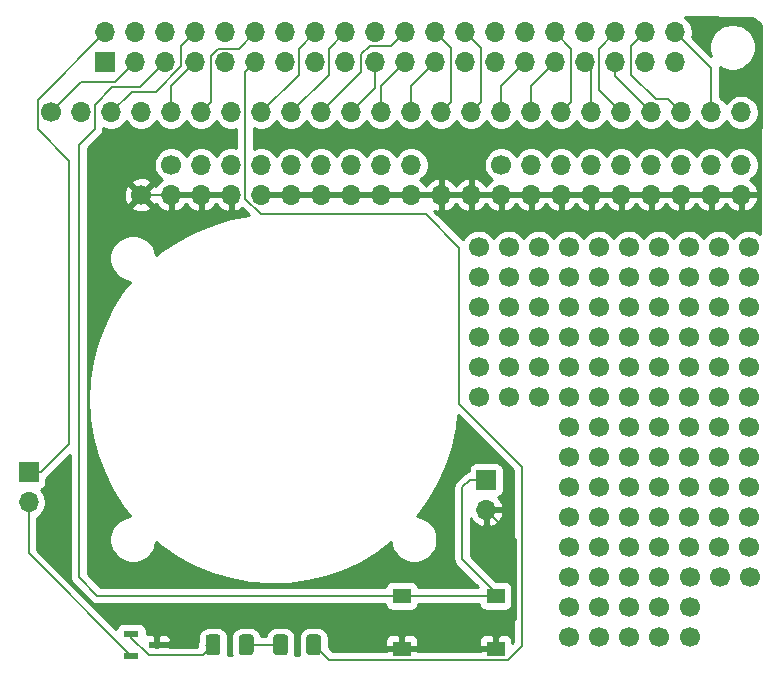
<source format=gtl>
G04 #@! TF.GenerationSoftware,KiCad,Pcbnew,(5.1.6-0-10_14)*
G04 #@! TF.CreationDate,2022-10-13T19:28:45-07:00*
G04 #@! TF.ProjectId,RaspberryPiProtoHat,52617370-6265-4727-9279-506950726f74,rev?*
G04 #@! TF.SameCoordinates,Original*
G04 #@! TF.FileFunction,Copper,L1,Top*
G04 #@! TF.FilePolarity,Positive*
%FSLAX46Y46*%
G04 Gerber Fmt 4.6, Leading zero omitted, Abs format (unit mm)*
G04 Created by KiCad (PCBNEW (5.1.6-0-10_14)) date 2022-10-13 19:28:45*
%MOMM*%
%LPD*%
G01*
G04 APERTURE LIST*
G04 #@! TA.AperFunction,ComponentPad*
%ADD10C,1.700000*%
G04 #@! TD*
G04 #@! TA.AperFunction,ComponentPad*
%ADD11O,1.700000X1.700000*%
G04 #@! TD*
G04 #@! TA.AperFunction,SMDPad,CuDef*
%ADD12R,1.550000X1.300000*%
G04 #@! TD*
G04 #@! TA.AperFunction,SMDPad,CuDef*
%ADD13R,1.300000X0.600000*%
G04 #@! TD*
G04 #@! TA.AperFunction,ComponentPad*
%ADD14R,1.700000X1.700000*%
G04 #@! TD*
G04 #@! TA.AperFunction,Conductor*
%ADD15C,0.200000*%
G04 #@! TD*
G04 #@! TA.AperFunction,Conductor*
%ADD16C,0.254000*%
G04 #@! TD*
G04 APERTURE END LIST*
D10*
X257912000Y-147460000D03*
X257912000Y-144920000D03*
X262992000Y-142380000D03*
X260452000Y-142380000D03*
X257912000Y-142380000D03*
D11*
X262230000Y-107455000D03*
X259690000Y-107455000D03*
X257150000Y-107455000D03*
X254610000Y-107455000D03*
X252070000Y-107455000D03*
X249530000Y-107455000D03*
X246990000Y-107455000D03*
X244450000Y-107455000D03*
D10*
X241910000Y-107455000D03*
D11*
X234290000Y-107455000D03*
X231750000Y-107455000D03*
X229210000Y-107455000D03*
X226670000Y-107455000D03*
X224130000Y-107455000D03*
X221590000Y-107455000D03*
X219050000Y-107455000D03*
X216510000Y-107455000D03*
D10*
X213970000Y-107455000D03*
D11*
X262230000Y-109995000D03*
X259690000Y-109995000D03*
X257150000Y-109995000D03*
X254610000Y-109995000D03*
X252070000Y-109995000D03*
X249530000Y-109995000D03*
X246990000Y-109995000D03*
X244450000Y-109995000D03*
X241910000Y-109995000D03*
X239370000Y-109995000D03*
X236830000Y-109995000D03*
X234290000Y-109995000D03*
X231750000Y-109995000D03*
X229210000Y-109995000D03*
X226670000Y-109995000D03*
X224130000Y-109995000D03*
X221590000Y-109995000D03*
X219050000Y-109995000D03*
X216510000Y-109995000D03*
X213970000Y-109995000D03*
D10*
X211430000Y-109995000D03*
D11*
X262230000Y-103010000D03*
X259690000Y-103010000D03*
X257150000Y-103010000D03*
X254610000Y-103010000D03*
X252070000Y-103010000D03*
X249530000Y-103010000D03*
X246990000Y-103010000D03*
X244450000Y-103010000D03*
X241910000Y-103010000D03*
X239370000Y-103010000D03*
X236830000Y-103010000D03*
X234290000Y-103010000D03*
X231750000Y-103010000D03*
X229210000Y-103010000D03*
X226670000Y-103010000D03*
X224130000Y-103010000D03*
X221590000Y-103010000D03*
X219050000Y-103010000D03*
X216510000Y-103010000D03*
X213970000Y-103010000D03*
X211430000Y-103010000D03*
X208890000Y-103010000D03*
X206350000Y-103010000D03*
D10*
X203810000Y-103010000D03*
X255245000Y-147460000D03*
X252705000Y-147460000D03*
X250165000Y-147460000D03*
X247625000Y-147460000D03*
X255245000Y-144920000D03*
X252705000Y-144920000D03*
X250165000Y-144920000D03*
X247625000Y-144920000D03*
X255245000Y-142380000D03*
X252705000Y-142380000D03*
X250165000Y-142380000D03*
X247625000Y-142380000D03*
X262865000Y-139840000D03*
X260325000Y-139840000D03*
X257785000Y-139840000D03*
X255245000Y-139840000D03*
X252705000Y-139840000D03*
X250165000Y-139840000D03*
X247625000Y-139840000D03*
X262865000Y-137300000D03*
X260325000Y-137300000D03*
X257785000Y-137300000D03*
X255245000Y-137300000D03*
X252705000Y-137300000D03*
X250165000Y-137300000D03*
X247625000Y-137300000D03*
X262865000Y-134760000D03*
X260325000Y-134760000D03*
X257785000Y-134760000D03*
X255245000Y-134760000D03*
X252705000Y-134760000D03*
X250165000Y-134760000D03*
X247625000Y-134760000D03*
X262865000Y-132220000D03*
X260325000Y-132220000D03*
X257785000Y-132220000D03*
X255245000Y-132220000D03*
X252705000Y-132220000D03*
X250165000Y-132220000D03*
X247625000Y-132220000D03*
X262865000Y-129680000D03*
X260325000Y-129680000D03*
X257785000Y-129680000D03*
X255245000Y-129680000D03*
X252705000Y-129680000D03*
X250165000Y-129680000D03*
X247625000Y-129680000D03*
X262865000Y-127140000D03*
X260325000Y-127140000D03*
X257785000Y-127140000D03*
X255245000Y-127140000D03*
X252705000Y-127140000D03*
X250165000Y-127140000D03*
X247625000Y-127140000D03*
X245085000Y-127140000D03*
X242545000Y-127140000D03*
X240005000Y-127140000D03*
X262865000Y-124600000D03*
X260325000Y-124600000D03*
X257785000Y-124600000D03*
X255245000Y-124600000D03*
X252705000Y-124600000D03*
X250165000Y-124600000D03*
X247625000Y-124600000D03*
X245085000Y-124600000D03*
X242545000Y-124600000D03*
X240005000Y-124600000D03*
X262865000Y-122060000D03*
X260325000Y-122060000D03*
X257785000Y-122060000D03*
X255245000Y-122060000D03*
X252705000Y-122060000D03*
X250165000Y-122060000D03*
X247625000Y-122060000D03*
X245085000Y-122060000D03*
X242545000Y-122060000D03*
X240005000Y-122060000D03*
X262865000Y-119520000D03*
X260325000Y-119520000D03*
X257785000Y-119520000D03*
X255245000Y-119520000D03*
X252705000Y-119520000D03*
X250165000Y-119520000D03*
X247625000Y-119520000D03*
X245085000Y-119520000D03*
X242545000Y-119520000D03*
X240005000Y-119520000D03*
X262865000Y-116980000D03*
X260325000Y-116980000D03*
X257785000Y-116980000D03*
X255245000Y-116980000D03*
X252705000Y-116980000D03*
X250165000Y-116980000D03*
X247625000Y-116980000D03*
X245085000Y-116980000D03*
X242545000Y-116980000D03*
X240005000Y-116980000D03*
X262865000Y-114440000D03*
X260325000Y-114440000D03*
X257785000Y-114440000D03*
X255245000Y-114440000D03*
X252705000Y-114440000D03*
X250165000Y-114440000D03*
X247625000Y-114440000D03*
X245085000Y-114440000D03*
X242545000Y-114440000D03*
X240005000Y-114440000D03*
D12*
X233490000Y-148440000D03*
X233490000Y-143940000D03*
X241440000Y-143940000D03*
X241440000Y-148440000D03*
G04 #@! TA.AperFunction,SMDPad,CuDef*
G36*
G01*
X222610000Y-148720000D02*
X222610000Y-147470000D01*
G75*
G02*
X222860000Y-147220000I250000J0D01*
G01*
X223610000Y-147220000D01*
G75*
G02*
X223860000Y-147470000I0J-250000D01*
G01*
X223860000Y-148720000D01*
G75*
G02*
X223610000Y-148970000I-250000J0D01*
G01*
X222860000Y-148970000D01*
G75*
G02*
X222610000Y-148720000I0J250000D01*
G01*
G37*
G04 #@! TD.AperFunction*
G04 #@! TA.AperFunction,SMDPad,CuDef*
G36*
G01*
X225410000Y-148720000D02*
X225410000Y-147470000D01*
G75*
G02*
X225660000Y-147220000I250000J0D01*
G01*
X226410000Y-147220000D01*
G75*
G02*
X226660000Y-147470000I0J-250000D01*
G01*
X226660000Y-148720000D01*
G75*
G02*
X226410000Y-148970000I-250000J0D01*
G01*
X225660000Y-148970000D01*
G75*
G02*
X225410000Y-148720000I0J250000D01*
G01*
G37*
G04 #@! TD.AperFunction*
D13*
X212700000Y-148095000D03*
X210600000Y-149045000D03*
X210600000Y-147145000D03*
G04 #@! TA.AperFunction,SMDPad,CuDef*
G36*
G01*
X216895000Y-148720000D02*
X216895000Y-147470000D01*
G75*
G02*
X217145000Y-147220000I250000J0D01*
G01*
X217895000Y-147220000D01*
G75*
G02*
X218145000Y-147470000I0J-250000D01*
G01*
X218145000Y-148720000D01*
G75*
G02*
X217895000Y-148970000I-250000J0D01*
G01*
X217145000Y-148970000D01*
G75*
G02*
X216895000Y-148720000I0J250000D01*
G01*
G37*
G04 #@! TD.AperFunction*
G04 #@! TA.AperFunction,SMDPad,CuDef*
G36*
G01*
X219695000Y-148720000D02*
X219695000Y-147470000D01*
G75*
G02*
X219945000Y-147220000I250000J0D01*
G01*
X220695000Y-147220000D01*
G75*
G02*
X220945000Y-147470000I0J-250000D01*
G01*
X220945000Y-148720000D01*
G75*
G02*
X220695000Y-148970000I-250000J0D01*
G01*
X219945000Y-148970000D01*
G75*
G02*
X219695000Y-148720000I0J250000D01*
G01*
G37*
G04 #@! TD.AperFunction*
D11*
X240640000Y-136665000D03*
D14*
X240640000Y-134125000D03*
D11*
X201905000Y-136030000D03*
D14*
X201905000Y-133490000D03*
D11*
X256630000Y-96230000D03*
X256630000Y-98770000D03*
X254090000Y-96230000D03*
X254090000Y-98770000D03*
X251550000Y-96230000D03*
X251550000Y-98770000D03*
X249010000Y-96230000D03*
X249010000Y-98770000D03*
X246470000Y-96230000D03*
X246470000Y-98770000D03*
X243930000Y-96230000D03*
X243930000Y-98770000D03*
X241390000Y-96230000D03*
X241390000Y-98770000D03*
X238850000Y-96230000D03*
X238850000Y-98770000D03*
X236310000Y-96230000D03*
X236310000Y-98770000D03*
X233770000Y-96230000D03*
X233770000Y-98770000D03*
X231230000Y-96230000D03*
X231230000Y-98770000D03*
X228690000Y-96230000D03*
X228690000Y-98770000D03*
X226150000Y-96230000D03*
X226150000Y-98770000D03*
X223610000Y-96230000D03*
X223610000Y-98770000D03*
X221070000Y-96230000D03*
X221070000Y-98770000D03*
X218530000Y-96230000D03*
X218530000Y-98770000D03*
X215990000Y-96230000D03*
X215990000Y-98770000D03*
X213450000Y-96230000D03*
X213450000Y-98770000D03*
X210910000Y-96230000D03*
X210910000Y-98770000D03*
X208370000Y-96230000D03*
D14*
X208370000Y-98770000D03*
D15*
X205360367Y-131084633D02*
X205360367Y-107100367D01*
X202955000Y-133490000D02*
X205360367Y-131084633D01*
X201905000Y-133490000D02*
X202955000Y-133490000D01*
X205360367Y-107100367D02*
X202659999Y-104399999D01*
X202659999Y-101940001D02*
X208370000Y-96230000D01*
X202659999Y-104399999D02*
X202659999Y-101940001D01*
X233490000Y-148440000D02*
X241440000Y-148440000D01*
X241440000Y-148440000D02*
X241440000Y-147676000D01*
X241440000Y-147676000D02*
X243180000Y-145936000D01*
X243180000Y-139205000D02*
X240640000Y-136665000D01*
X243180000Y-145936000D02*
X243180000Y-139205000D01*
X211430000Y-109995000D02*
X213970000Y-109995000D01*
X233490000Y-148440000D02*
X230952000Y-148440000D01*
X230952000Y-148440000D02*
X228702000Y-146190000D01*
X228702000Y-146190000D02*
X214224000Y-146190000D01*
X212700000Y-147714000D02*
X212700000Y-148095000D01*
X214224000Y-146190000D02*
X212700000Y-147714000D01*
X241910000Y-100790000D02*
X243930000Y-98770000D01*
X241910000Y-103010000D02*
X241910000Y-100790000D01*
X244450000Y-100790000D02*
X246470000Y-98770000D01*
X244450000Y-103010000D02*
X244450000Y-100790000D01*
X203810000Y-103010000D02*
X206350000Y-100470000D01*
X209210000Y-100470000D02*
X210910000Y-98770000D01*
X206350000Y-100470000D02*
X209210000Y-100470000D01*
X211349990Y-100870010D02*
X213450000Y-98770000D01*
X213970000Y-100790000D02*
X215990000Y-98770000D01*
X213970000Y-103010000D02*
X213970000Y-100790000D01*
X214839999Y-99092001D02*
X214839999Y-97380001D01*
X212661980Y-101270020D02*
X214839999Y-99092001D01*
X214839999Y-97380001D02*
X215990000Y-96230000D01*
X210629980Y-101270020D02*
X212661980Y-101270020D01*
X208890000Y-103010000D02*
X210629980Y-101270020D01*
X211430000Y-103010000D02*
X211487698Y-103010000D01*
X233490000Y-143940000D02*
X241440000Y-143940000D01*
X241440000Y-143940000D02*
X241440000Y-143688000D01*
X241440000Y-143688000D02*
X238608000Y-140856000D01*
X240640000Y-134125000D02*
X239243000Y-134125000D01*
X238608000Y-134760000D02*
X238608000Y-140856000D01*
X239243000Y-134125000D02*
X238608000Y-134760000D01*
X207713698Y-143940000D02*
X206160387Y-142386689D01*
X233490000Y-143940000D02*
X207713698Y-143940000D01*
X211349990Y-100870010D02*
X208997990Y-100870010D01*
X207500001Y-102367999D02*
X207500001Y-104399999D01*
X208997990Y-100870010D02*
X207500001Y-102367999D01*
X206160387Y-105739613D02*
X206160387Y-109170387D01*
X207500001Y-104399999D02*
X206160387Y-105739613D01*
X206160387Y-109170387D02*
X206160387Y-108845311D01*
X206160387Y-142386689D02*
X206160387Y-109170387D01*
X243649990Y-148195012D02*
X242455001Y-149390001D01*
X227330001Y-149390001D02*
X226035000Y-148095000D01*
X243649990Y-133014358D02*
X243649990Y-148195012D01*
X238354000Y-127718368D02*
X243649990Y-133014358D01*
X242455001Y-149390001D02*
X227330001Y-149390001D01*
X238354000Y-114491002D02*
X238354000Y-127718368D01*
X235508998Y-111646000D02*
X238354000Y-114491002D01*
X221538998Y-111646000D02*
X235508998Y-111646000D01*
X220220001Y-110327003D02*
X221538998Y-111646000D01*
X220220001Y-99619999D02*
X220220001Y-110327003D01*
X221070000Y-98770000D02*
X220220001Y-99619999D01*
X224760001Y-97619999D02*
X226150000Y-96230000D01*
X224760001Y-99839999D02*
X224760001Y-97619999D01*
X221590000Y-103010000D02*
X224760001Y-99839999D01*
X227300001Y-99839999D02*
X227300001Y-97619999D01*
X227300001Y-97619999D02*
X228690000Y-96230000D01*
X224130000Y-103010000D02*
X227300001Y-99839999D01*
X230079999Y-98076001D02*
X230775999Y-97380001D01*
X232619999Y-97380001D02*
X233770000Y-96230000D01*
X230079999Y-99600001D02*
X230079999Y-98076001D01*
X230775999Y-97380001D02*
X232619999Y-97380001D01*
X226670000Y-103010000D02*
X230079999Y-99600001D01*
X219680001Y-97619999D02*
X221070000Y-96230000D01*
X217977999Y-97619999D02*
X219680001Y-97619999D01*
X217379999Y-98217999D02*
X217977999Y-97619999D01*
X217379999Y-102140001D02*
X217379999Y-98217999D01*
X216510000Y-103010000D02*
X217379999Y-102140001D01*
X231230000Y-100990000D02*
X231230000Y-98770000D01*
X229210000Y-103010000D02*
X231230000Y-100990000D01*
X231750000Y-100790000D02*
X233770000Y-98770000D01*
X231750000Y-103010000D02*
X231750000Y-100790000D01*
X234290000Y-100790000D02*
X236310000Y-98770000D01*
X234290000Y-103010000D02*
X234290000Y-100790000D01*
X237679999Y-97599999D02*
X236310000Y-96230000D01*
X237679999Y-102160001D02*
X237679999Y-97599999D01*
X236830000Y-103010000D02*
X237679999Y-102160001D01*
X240219999Y-97599999D02*
X238850000Y-96230000D01*
X240219999Y-102160001D02*
X240219999Y-97599999D01*
X239370000Y-103010000D02*
X240219999Y-102160001D01*
X247859999Y-97619999D02*
X246470000Y-96230000D01*
X247859999Y-102140001D02*
X247859999Y-97619999D01*
X246990000Y-103010000D02*
X247859999Y-102140001D01*
X249530000Y-99290000D02*
X249010000Y-98770000D01*
X249530000Y-103010000D02*
X249530000Y-99290000D01*
X251550000Y-99950000D02*
X251550000Y-98770000D01*
X254610000Y-103010000D02*
X251550000Y-99950000D01*
X250160001Y-97619999D02*
X251550000Y-96230000D01*
X250160001Y-101100001D02*
X250160001Y-97619999D01*
X252070000Y-103010000D02*
X250160001Y-101100001D01*
X255999999Y-101859999D02*
X254983999Y-101859999D01*
X257150000Y-103010000D02*
X255999999Y-101859999D01*
X252939999Y-99815999D02*
X252939999Y-97380001D01*
X252939999Y-97380001D02*
X254090000Y-96230000D01*
X254983999Y-101859999D02*
X252939999Y-99815999D01*
X259690000Y-99290000D02*
X256630000Y-96230000D01*
X259690000Y-103010000D02*
X259690000Y-99290000D01*
X201905000Y-140350000D02*
X201905000Y-136030000D01*
X210600000Y-149045000D02*
X201905000Y-140350000D01*
X223235000Y-148095000D02*
X220320000Y-148095000D01*
X217520000Y-148095000D02*
X216891000Y-148095000D01*
X217520000Y-148095000D02*
X216631000Y-148984000D01*
X210600000Y-147485002D02*
X210600000Y-147145000D01*
X212098998Y-148984000D02*
X210600000Y-147485002D01*
X216631000Y-148984000D02*
X212098998Y-148984000D01*
D16*
G36*
X217896525Y-103956632D02*
G01*
X218103368Y-104163475D01*
X218346589Y-104325990D01*
X218616842Y-104437932D01*
X218903740Y-104495000D01*
X219196260Y-104495000D01*
X219483158Y-104437932D01*
X219485001Y-104437168D01*
X219485002Y-106027832D01*
X219483158Y-106027068D01*
X219196260Y-105970000D01*
X218903740Y-105970000D01*
X218616842Y-106027068D01*
X218346589Y-106139010D01*
X218103368Y-106301525D01*
X217896525Y-106508368D01*
X217780000Y-106682760D01*
X217663475Y-106508368D01*
X217456632Y-106301525D01*
X217213411Y-106139010D01*
X216943158Y-106027068D01*
X216656260Y-105970000D01*
X216363740Y-105970000D01*
X216076842Y-106027068D01*
X215806589Y-106139010D01*
X215563368Y-106301525D01*
X215356525Y-106508368D01*
X215240000Y-106682760D01*
X215123475Y-106508368D01*
X214916632Y-106301525D01*
X214673411Y-106139010D01*
X214403158Y-106027068D01*
X214116260Y-105970000D01*
X213823740Y-105970000D01*
X213536842Y-106027068D01*
X213266589Y-106139010D01*
X213023368Y-106301525D01*
X212816525Y-106508368D01*
X212654010Y-106751589D01*
X212542068Y-107021842D01*
X212485000Y-107308740D01*
X212485000Y-107601260D01*
X212542068Y-107888158D01*
X212654010Y-108158411D01*
X212816525Y-108401632D01*
X213023368Y-108608475D01*
X213199406Y-108726100D01*
X212969731Y-108897412D01*
X212774822Y-109113645D01*
X212708280Y-109225355D01*
X212707472Y-109223843D01*
X212458397Y-109146208D01*
X211609605Y-109995000D01*
X212458397Y-110843792D01*
X212707472Y-110766157D01*
X212708231Y-110764564D01*
X212774822Y-110876355D01*
X212969731Y-111092588D01*
X213203080Y-111266641D01*
X213465901Y-111391825D01*
X213613110Y-111436476D01*
X213843000Y-111315155D01*
X213843000Y-110122000D01*
X214097000Y-110122000D01*
X214097000Y-111315155D01*
X214326890Y-111436476D01*
X214474099Y-111391825D01*
X214736920Y-111266641D01*
X214970269Y-111092588D01*
X215165178Y-110876355D01*
X215240000Y-110750745D01*
X215314822Y-110876355D01*
X215509731Y-111092588D01*
X215743080Y-111266641D01*
X216005901Y-111391825D01*
X216153110Y-111436476D01*
X216383000Y-111315155D01*
X216383000Y-110122000D01*
X216637000Y-110122000D01*
X216637000Y-111315155D01*
X216866890Y-111436476D01*
X217014099Y-111391825D01*
X217276920Y-111266641D01*
X217510269Y-111092588D01*
X217705178Y-110876355D01*
X217780000Y-110750745D01*
X217854822Y-110876355D01*
X218049731Y-111092588D01*
X218283080Y-111266641D01*
X218545901Y-111391825D01*
X218693110Y-111436476D01*
X218923000Y-111315155D01*
X218923000Y-110122000D01*
X216637000Y-110122000D01*
X216383000Y-110122000D01*
X214097000Y-110122000D01*
X213843000Y-110122000D01*
X213823000Y-110122000D01*
X213823000Y-109868000D01*
X213843000Y-109868000D01*
X213843000Y-109848000D01*
X214097000Y-109848000D01*
X214097000Y-109868000D01*
X216383000Y-109868000D01*
X216383000Y-109848000D01*
X216637000Y-109848000D01*
X216637000Y-109868000D01*
X218923000Y-109868000D01*
X218923000Y-109848000D01*
X219177000Y-109848000D01*
X219177000Y-109868000D01*
X219197000Y-109868000D01*
X219197000Y-110122000D01*
X219177000Y-110122000D01*
X219177000Y-111315155D01*
X219406890Y-111436476D01*
X219554099Y-111391825D01*
X219816920Y-111266641D01*
X219990627Y-111137075D01*
X220559330Y-111705779D01*
X219027754Y-111984883D01*
X217475242Y-112436797D01*
X215977424Y-113045946D01*
X214550179Y-113805874D01*
X213208635Y-114708525D01*
X212710048Y-115124463D01*
X212643718Y-114790997D01*
X212494085Y-114429750D01*
X212276851Y-114104636D01*
X212000364Y-113828149D01*
X211675250Y-113610915D01*
X211314003Y-113461282D01*
X210930505Y-113385000D01*
X210539495Y-113385000D01*
X210155997Y-113461282D01*
X209794750Y-113610915D01*
X209469636Y-113828149D01*
X209193149Y-114104636D01*
X208975915Y-114429750D01*
X208826282Y-114790997D01*
X208750000Y-115174495D01*
X208750000Y-115565505D01*
X208826282Y-115949003D01*
X208975915Y-116310250D01*
X209193149Y-116635364D01*
X209469636Y-116911851D01*
X209794750Y-117129085D01*
X210155997Y-117278718D01*
X210488250Y-117344807D01*
X209834980Y-118170192D01*
X208967170Y-119534533D01*
X208244243Y-120980871D01*
X207673861Y-122493877D01*
X207262071Y-124057510D01*
X207013238Y-125655196D01*
X206930000Y-127270000D01*
X207013238Y-128884804D01*
X207262071Y-130482490D01*
X207673861Y-132046123D01*
X208244243Y-133559129D01*
X208967170Y-135005467D01*
X209834980Y-136369808D01*
X210488250Y-137195193D01*
X210155997Y-137261282D01*
X209794750Y-137410915D01*
X209469636Y-137628149D01*
X209193149Y-137904636D01*
X208975915Y-138229750D01*
X208826282Y-138590997D01*
X208750000Y-138974495D01*
X208750000Y-139365505D01*
X208826282Y-139749003D01*
X208975915Y-140110250D01*
X209193149Y-140435364D01*
X209469636Y-140711851D01*
X209794750Y-140929085D01*
X210155997Y-141078718D01*
X210539495Y-141155000D01*
X210930505Y-141155000D01*
X211314003Y-141078718D01*
X211675250Y-140929085D01*
X212000364Y-140711851D01*
X212276851Y-140435364D01*
X212494085Y-140110250D01*
X212643718Y-139749003D01*
X212710048Y-139415537D01*
X213208635Y-139831475D01*
X214550179Y-140734126D01*
X215977424Y-141494054D01*
X217475242Y-142103203D01*
X219027754Y-142555117D01*
X220618504Y-142845005D01*
X222230629Y-142969793D01*
X223847041Y-142928160D01*
X225450604Y-142720547D01*
X227024322Y-142349154D01*
X228551512Y-141817918D01*
X230015985Y-141132471D01*
X231402218Y-140300077D01*
X232562679Y-139429246D01*
X232626282Y-139749003D01*
X232775915Y-140110250D01*
X232993149Y-140435364D01*
X233269636Y-140711851D01*
X233594750Y-140929085D01*
X233955997Y-141078718D01*
X234339495Y-141155000D01*
X234730505Y-141155000D01*
X235114003Y-141078718D01*
X235475250Y-140929085D01*
X235800364Y-140711851D01*
X236076851Y-140435364D01*
X236294085Y-140110250D01*
X236443718Y-139749003D01*
X236520000Y-139365505D01*
X236520000Y-138974495D01*
X236443718Y-138590997D01*
X236294085Y-138229750D01*
X236076851Y-137904636D01*
X235800364Y-137628149D01*
X235475250Y-137410915D01*
X235114003Y-137261282D01*
X234791074Y-137197048D01*
X234949602Y-137016672D01*
X235886495Y-135698814D01*
X236682920Y-134291608D01*
X237330433Y-132809972D01*
X237822170Y-131269610D01*
X238152920Y-129686852D01*
X238258795Y-128662609D01*
X242914990Y-133318805D01*
X242914991Y-147890564D01*
X242851690Y-147953865D01*
X242853072Y-147790000D01*
X242840812Y-147665518D01*
X242804502Y-147545820D01*
X242745537Y-147435506D01*
X242666185Y-147338815D01*
X242569494Y-147259463D01*
X242459180Y-147200498D01*
X242339482Y-147164188D01*
X242215000Y-147151928D01*
X241725750Y-147155000D01*
X241567000Y-147313750D01*
X241567000Y-148313000D01*
X241587000Y-148313000D01*
X241587000Y-148567000D01*
X241567000Y-148567000D01*
X241567000Y-148587000D01*
X241313000Y-148587000D01*
X241313000Y-148567000D01*
X240188750Y-148567000D01*
X240100749Y-148655001D01*
X234829251Y-148655001D01*
X234741250Y-148567000D01*
X233617000Y-148567000D01*
X233617000Y-148587000D01*
X233363000Y-148587000D01*
X233363000Y-148567000D01*
X232238750Y-148567000D01*
X232150749Y-148655001D01*
X227634448Y-148655001D01*
X227298072Y-148318625D01*
X227298072Y-147790000D01*
X232076928Y-147790000D01*
X232080000Y-148154250D01*
X232238750Y-148313000D01*
X233363000Y-148313000D01*
X233363000Y-147313750D01*
X233617000Y-147313750D01*
X233617000Y-148313000D01*
X234741250Y-148313000D01*
X234900000Y-148154250D01*
X234903072Y-147790000D01*
X240026928Y-147790000D01*
X240030000Y-148154250D01*
X240188750Y-148313000D01*
X241313000Y-148313000D01*
X241313000Y-147313750D01*
X241154250Y-147155000D01*
X240665000Y-147151928D01*
X240540518Y-147164188D01*
X240420820Y-147200498D01*
X240310506Y-147259463D01*
X240213815Y-147338815D01*
X240134463Y-147435506D01*
X240075498Y-147545820D01*
X240039188Y-147665518D01*
X240026928Y-147790000D01*
X234903072Y-147790000D01*
X234890812Y-147665518D01*
X234854502Y-147545820D01*
X234795537Y-147435506D01*
X234716185Y-147338815D01*
X234619494Y-147259463D01*
X234509180Y-147200498D01*
X234389482Y-147164188D01*
X234265000Y-147151928D01*
X233775750Y-147155000D01*
X233617000Y-147313750D01*
X233363000Y-147313750D01*
X233204250Y-147155000D01*
X232715000Y-147151928D01*
X232590518Y-147164188D01*
X232470820Y-147200498D01*
X232360506Y-147259463D01*
X232263815Y-147338815D01*
X232184463Y-147435506D01*
X232125498Y-147545820D01*
X232089188Y-147665518D01*
X232076928Y-147790000D01*
X227298072Y-147790000D01*
X227298072Y-147470000D01*
X227281008Y-147296746D01*
X227230472Y-147130150D01*
X227148405Y-146976614D01*
X227037962Y-146842038D01*
X226903386Y-146731595D01*
X226749850Y-146649528D01*
X226583254Y-146598992D01*
X226410000Y-146581928D01*
X225660000Y-146581928D01*
X225486746Y-146598992D01*
X225320150Y-146649528D01*
X225166614Y-146731595D01*
X225032038Y-146842038D01*
X224921595Y-146976614D01*
X224839528Y-147130150D01*
X224788992Y-147296746D01*
X224771928Y-147470000D01*
X224771928Y-148720000D01*
X224788992Y-148893254D01*
X224807212Y-148953319D01*
X224463210Y-148951927D01*
X224481008Y-148893254D01*
X224498072Y-148720000D01*
X224498072Y-147470000D01*
X224481008Y-147296746D01*
X224430472Y-147130150D01*
X224348405Y-146976614D01*
X224237962Y-146842038D01*
X224103386Y-146731595D01*
X223949850Y-146649528D01*
X223783254Y-146598992D01*
X223610000Y-146581928D01*
X222860000Y-146581928D01*
X222686746Y-146598992D01*
X222520150Y-146649528D01*
X222366614Y-146731595D01*
X222232038Y-146842038D01*
X222121595Y-146976614D01*
X222039528Y-147130150D01*
X221988992Y-147296746D01*
X221982762Y-147360000D01*
X221572238Y-147360000D01*
X221566008Y-147296746D01*
X221515472Y-147130150D01*
X221433405Y-146976614D01*
X221322962Y-146842038D01*
X221188386Y-146731595D01*
X221034850Y-146649528D01*
X220868254Y-146598992D01*
X220695000Y-146581928D01*
X219945000Y-146581928D01*
X219771746Y-146598992D01*
X219605150Y-146649528D01*
X219451614Y-146731595D01*
X219317038Y-146842038D01*
X219206595Y-146976614D01*
X219124528Y-147130150D01*
X219073992Y-147296746D01*
X219056928Y-147470000D01*
X219056928Y-148720000D01*
X219073992Y-148893254D01*
X219085185Y-148930153D01*
X218755220Y-148928817D01*
X218766008Y-148893254D01*
X218783072Y-148720000D01*
X218783072Y-147470000D01*
X218766008Y-147296746D01*
X218715472Y-147130150D01*
X218633405Y-146976614D01*
X218522962Y-146842038D01*
X218388386Y-146731595D01*
X218234850Y-146649528D01*
X218068254Y-146598992D01*
X217895000Y-146581928D01*
X217145000Y-146581928D01*
X216971746Y-146598992D01*
X216805150Y-146649528D01*
X216651614Y-146731595D01*
X216517038Y-146842038D01*
X216406595Y-146976614D01*
X216324528Y-147130150D01*
X216273992Y-147296746D01*
X216256928Y-147470000D01*
X216256928Y-147722069D01*
X216208663Y-147812367D01*
X216166635Y-147950915D01*
X216152444Y-148095000D01*
X216166635Y-148239085D01*
X216169643Y-148249000D01*
X213853250Y-148249000D01*
X213826250Y-148222000D01*
X212827000Y-148222000D01*
X212827000Y-148242000D01*
X212573000Y-148242000D01*
X212573000Y-148222000D01*
X212553000Y-148222000D01*
X212553000Y-147968000D01*
X212573000Y-147968000D01*
X212573000Y-147318750D01*
X212827000Y-147318750D01*
X212827000Y-147968000D01*
X213826250Y-147968000D01*
X213985000Y-147809250D01*
X213988072Y-147795000D01*
X213975812Y-147670518D01*
X213939502Y-147550820D01*
X213880537Y-147440506D01*
X213801185Y-147343815D01*
X213704494Y-147264463D01*
X213594180Y-147205498D01*
X213474482Y-147169188D01*
X213350000Y-147156928D01*
X212985750Y-147160000D01*
X212827000Y-147318750D01*
X212573000Y-147318750D01*
X212414250Y-147160000D01*
X212050000Y-147156928D01*
X211925518Y-147169188D01*
X211888072Y-147180547D01*
X211888072Y-146845000D01*
X211875812Y-146720518D01*
X211839502Y-146600820D01*
X211780537Y-146490506D01*
X211701185Y-146393815D01*
X211604494Y-146314463D01*
X211494180Y-146255498D01*
X211374482Y-146219188D01*
X211250000Y-146206928D01*
X209950000Y-146206928D01*
X209825518Y-146219188D01*
X209705820Y-146255498D01*
X209595506Y-146314463D01*
X209498815Y-146393815D01*
X209419463Y-146490506D01*
X209360498Y-146600820D01*
X209324188Y-146720518D01*
X209323361Y-146728914D01*
X202640000Y-140045554D01*
X202640000Y-137324883D01*
X202851632Y-137183475D01*
X203058475Y-136976632D01*
X203220990Y-136733411D01*
X203332932Y-136463158D01*
X203390000Y-136176260D01*
X203390000Y-135883740D01*
X203332932Y-135596842D01*
X203220990Y-135326589D01*
X203058475Y-135083368D01*
X202926620Y-134951513D01*
X202999180Y-134929502D01*
X203109494Y-134870537D01*
X203206185Y-134791185D01*
X203285537Y-134694494D01*
X203344502Y-134584180D01*
X203380812Y-134464482D01*
X203393072Y-134340000D01*
X203393072Y-134081311D01*
X203477238Y-134012238D01*
X203500259Y-133984188D01*
X205425387Y-132059059D01*
X205425387Y-142350584D01*
X205421831Y-142386689D01*
X205436022Y-142530773D01*
X205478050Y-142669321D01*
X205546300Y-142797008D01*
X205638149Y-142908926D01*
X205666195Y-142931943D01*
X207168444Y-144434193D01*
X207191460Y-144462238D01*
X207303378Y-144554087D01*
X207431065Y-144622337D01*
X207569613Y-144664365D01*
X207677593Y-144675000D01*
X207677602Y-144675000D01*
X207713697Y-144678555D01*
X207749792Y-144675000D01*
X232085299Y-144675000D01*
X232089188Y-144714482D01*
X232125498Y-144834180D01*
X232184463Y-144944494D01*
X232263815Y-145041185D01*
X232360506Y-145120537D01*
X232470820Y-145179502D01*
X232590518Y-145215812D01*
X232715000Y-145228072D01*
X234265000Y-145228072D01*
X234389482Y-145215812D01*
X234509180Y-145179502D01*
X234619494Y-145120537D01*
X234716185Y-145041185D01*
X234795537Y-144944494D01*
X234854502Y-144834180D01*
X234890812Y-144714482D01*
X234894701Y-144675000D01*
X240035299Y-144675000D01*
X240039188Y-144714482D01*
X240075498Y-144834180D01*
X240134463Y-144944494D01*
X240213815Y-145041185D01*
X240310506Y-145120537D01*
X240420820Y-145179502D01*
X240540518Y-145215812D01*
X240665000Y-145228072D01*
X242215000Y-145228072D01*
X242339482Y-145215812D01*
X242459180Y-145179502D01*
X242569494Y-145120537D01*
X242666185Y-145041185D01*
X242745537Y-144944494D01*
X242804502Y-144834180D01*
X242840812Y-144714482D01*
X242853072Y-144590000D01*
X242853072Y-143290000D01*
X242840812Y-143165518D01*
X242804502Y-143045820D01*
X242745537Y-142935506D01*
X242666185Y-142838815D01*
X242569494Y-142759463D01*
X242459180Y-142700498D01*
X242339482Y-142664188D01*
X242215000Y-142651928D01*
X241443375Y-142651928D01*
X239343000Y-140551554D01*
X239343000Y-137378679D01*
X239368359Y-137431920D01*
X239542412Y-137665269D01*
X239758645Y-137860178D01*
X240008748Y-138009157D01*
X240283109Y-138106481D01*
X240513000Y-137985814D01*
X240513000Y-136792000D01*
X240767000Y-136792000D01*
X240767000Y-137985814D01*
X240996891Y-138106481D01*
X241271252Y-138009157D01*
X241521355Y-137860178D01*
X241737588Y-137665269D01*
X241911641Y-137431920D01*
X242036825Y-137169099D01*
X242081476Y-137021890D01*
X241960155Y-136792000D01*
X240767000Y-136792000D01*
X240513000Y-136792000D01*
X240493000Y-136792000D01*
X240493000Y-136538000D01*
X240513000Y-136538000D01*
X240513000Y-136518000D01*
X240767000Y-136518000D01*
X240767000Y-136538000D01*
X241960155Y-136538000D01*
X242081476Y-136308110D01*
X242036825Y-136160901D01*
X241911641Y-135898080D01*
X241737588Y-135664731D01*
X241653534Y-135588966D01*
X241734180Y-135564502D01*
X241844494Y-135505537D01*
X241941185Y-135426185D01*
X242020537Y-135329494D01*
X242079502Y-135219180D01*
X242115812Y-135099482D01*
X242128072Y-134975000D01*
X242128072Y-133275000D01*
X242115812Y-133150518D01*
X242079502Y-133030820D01*
X242020537Y-132920506D01*
X241941185Y-132823815D01*
X241844494Y-132744463D01*
X241734180Y-132685498D01*
X241614482Y-132649188D01*
X241490000Y-132636928D01*
X239790000Y-132636928D01*
X239665518Y-132649188D01*
X239545820Y-132685498D01*
X239435506Y-132744463D01*
X239338815Y-132823815D01*
X239259463Y-132920506D01*
X239200498Y-133030820D01*
X239164188Y-133150518D01*
X239151928Y-133275000D01*
X239151928Y-133395414D01*
X239098915Y-133400635D01*
X238960366Y-133442663D01*
X238832680Y-133510913D01*
X238720762Y-133602762D01*
X238697746Y-133630807D01*
X238113808Y-134214746D01*
X238085762Y-134237763D01*
X237993913Y-134349681D01*
X237925663Y-134477368D01*
X237905147Y-134545000D01*
X237883635Y-134615915D01*
X237869444Y-134760000D01*
X237873000Y-134796105D01*
X237873001Y-140819885D01*
X237869444Y-140856000D01*
X237883635Y-141000085D01*
X237907489Y-141078718D01*
X237925664Y-141138633D01*
X237993914Y-141266320D01*
X238085763Y-141378238D01*
X238113808Y-141401254D01*
X239917553Y-143205000D01*
X234894701Y-143205000D01*
X234890812Y-143165518D01*
X234854502Y-143045820D01*
X234795537Y-142935506D01*
X234716185Y-142838815D01*
X234619494Y-142759463D01*
X234509180Y-142700498D01*
X234389482Y-142664188D01*
X234265000Y-142651928D01*
X232715000Y-142651928D01*
X232590518Y-142664188D01*
X232470820Y-142700498D01*
X232360506Y-142759463D01*
X232263815Y-142838815D01*
X232184463Y-142935506D01*
X232125498Y-143045820D01*
X232089188Y-143165518D01*
X232085299Y-143205000D01*
X208018145Y-143205000D01*
X206895387Y-142082243D01*
X206895387Y-111023397D01*
X210581208Y-111023397D01*
X210658843Y-111272472D01*
X210922883Y-111398371D01*
X211206411Y-111470339D01*
X211498531Y-111485611D01*
X211788019Y-111443599D01*
X212063747Y-111345919D01*
X212201157Y-111272472D01*
X212278792Y-111023397D01*
X211430000Y-110174605D01*
X210581208Y-111023397D01*
X206895387Y-111023397D01*
X206895387Y-110063531D01*
X209939389Y-110063531D01*
X209981401Y-110353019D01*
X210079081Y-110628747D01*
X210152528Y-110766157D01*
X210401603Y-110843792D01*
X211250395Y-109995000D01*
X210401603Y-109146208D01*
X210152528Y-109223843D01*
X210026629Y-109487883D01*
X209954661Y-109771411D01*
X209939389Y-110063531D01*
X206895387Y-110063531D01*
X206895387Y-108966603D01*
X210581208Y-108966603D01*
X211430000Y-109815395D01*
X212278792Y-108966603D01*
X212201157Y-108717528D01*
X211937117Y-108591629D01*
X211653589Y-108519661D01*
X211361469Y-108504389D01*
X211071981Y-108546401D01*
X210796253Y-108644081D01*
X210658843Y-108717528D01*
X210581208Y-108966603D01*
X206895387Y-108966603D01*
X206895387Y-106044059D01*
X207994194Y-104945253D01*
X208022239Y-104922237D01*
X208114088Y-104810319D01*
X208182338Y-104682632D01*
X208224366Y-104544084D01*
X208235001Y-104436104D01*
X208235001Y-104436095D01*
X208238556Y-104400000D01*
X208235001Y-104363905D01*
X208235001Y-104346043D01*
X208456842Y-104437932D01*
X208743740Y-104495000D01*
X209036260Y-104495000D01*
X209323158Y-104437932D01*
X209593411Y-104325990D01*
X209836632Y-104163475D01*
X210043475Y-103956632D01*
X210160000Y-103782240D01*
X210276525Y-103956632D01*
X210483368Y-104163475D01*
X210726589Y-104325990D01*
X210996842Y-104437932D01*
X211283740Y-104495000D01*
X211576260Y-104495000D01*
X211863158Y-104437932D01*
X212133411Y-104325990D01*
X212376632Y-104163475D01*
X212583475Y-103956632D01*
X212700000Y-103782240D01*
X212816525Y-103956632D01*
X213023368Y-104163475D01*
X213266589Y-104325990D01*
X213536842Y-104437932D01*
X213823740Y-104495000D01*
X214116260Y-104495000D01*
X214403158Y-104437932D01*
X214673411Y-104325990D01*
X214916632Y-104163475D01*
X215123475Y-103956632D01*
X215240000Y-103782240D01*
X215356525Y-103956632D01*
X215563368Y-104163475D01*
X215806589Y-104325990D01*
X216076842Y-104437932D01*
X216363740Y-104495000D01*
X216656260Y-104495000D01*
X216943158Y-104437932D01*
X217213411Y-104325990D01*
X217456632Y-104163475D01*
X217663475Y-103956632D01*
X217780000Y-103782240D01*
X217896525Y-103956632D01*
G37*
X217896525Y-103956632D02*
X218103368Y-104163475D01*
X218346589Y-104325990D01*
X218616842Y-104437932D01*
X218903740Y-104495000D01*
X219196260Y-104495000D01*
X219483158Y-104437932D01*
X219485001Y-104437168D01*
X219485002Y-106027832D01*
X219483158Y-106027068D01*
X219196260Y-105970000D01*
X218903740Y-105970000D01*
X218616842Y-106027068D01*
X218346589Y-106139010D01*
X218103368Y-106301525D01*
X217896525Y-106508368D01*
X217780000Y-106682760D01*
X217663475Y-106508368D01*
X217456632Y-106301525D01*
X217213411Y-106139010D01*
X216943158Y-106027068D01*
X216656260Y-105970000D01*
X216363740Y-105970000D01*
X216076842Y-106027068D01*
X215806589Y-106139010D01*
X215563368Y-106301525D01*
X215356525Y-106508368D01*
X215240000Y-106682760D01*
X215123475Y-106508368D01*
X214916632Y-106301525D01*
X214673411Y-106139010D01*
X214403158Y-106027068D01*
X214116260Y-105970000D01*
X213823740Y-105970000D01*
X213536842Y-106027068D01*
X213266589Y-106139010D01*
X213023368Y-106301525D01*
X212816525Y-106508368D01*
X212654010Y-106751589D01*
X212542068Y-107021842D01*
X212485000Y-107308740D01*
X212485000Y-107601260D01*
X212542068Y-107888158D01*
X212654010Y-108158411D01*
X212816525Y-108401632D01*
X213023368Y-108608475D01*
X213199406Y-108726100D01*
X212969731Y-108897412D01*
X212774822Y-109113645D01*
X212708280Y-109225355D01*
X212707472Y-109223843D01*
X212458397Y-109146208D01*
X211609605Y-109995000D01*
X212458397Y-110843792D01*
X212707472Y-110766157D01*
X212708231Y-110764564D01*
X212774822Y-110876355D01*
X212969731Y-111092588D01*
X213203080Y-111266641D01*
X213465901Y-111391825D01*
X213613110Y-111436476D01*
X213843000Y-111315155D01*
X213843000Y-110122000D01*
X214097000Y-110122000D01*
X214097000Y-111315155D01*
X214326890Y-111436476D01*
X214474099Y-111391825D01*
X214736920Y-111266641D01*
X214970269Y-111092588D01*
X215165178Y-110876355D01*
X215240000Y-110750745D01*
X215314822Y-110876355D01*
X215509731Y-111092588D01*
X215743080Y-111266641D01*
X216005901Y-111391825D01*
X216153110Y-111436476D01*
X216383000Y-111315155D01*
X216383000Y-110122000D01*
X216637000Y-110122000D01*
X216637000Y-111315155D01*
X216866890Y-111436476D01*
X217014099Y-111391825D01*
X217276920Y-111266641D01*
X217510269Y-111092588D01*
X217705178Y-110876355D01*
X217780000Y-110750745D01*
X217854822Y-110876355D01*
X218049731Y-111092588D01*
X218283080Y-111266641D01*
X218545901Y-111391825D01*
X218693110Y-111436476D01*
X218923000Y-111315155D01*
X218923000Y-110122000D01*
X216637000Y-110122000D01*
X216383000Y-110122000D01*
X214097000Y-110122000D01*
X213843000Y-110122000D01*
X213823000Y-110122000D01*
X213823000Y-109868000D01*
X213843000Y-109868000D01*
X213843000Y-109848000D01*
X214097000Y-109848000D01*
X214097000Y-109868000D01*
X216383000Y-109868000D01*
X216383000Y-109848000D01*
X216637000Y-109848000D01*
X216637000Y-109868000D01*
X218923000Y-109868000D01*
X218923000Y-109848000D01*
X219177000Y-109848000D01*
X219177000Y-109868000D01*
X219197000Y-109868000D01*
X219197000Y-110122000D01*
X219177000Y-110122000D01*
X219177000Y-111315155D01*
X219406890Y-111436476D01*
X219554099Y-111391825D01*
X219816920Y-111266641D01*
X219990627Y-111137075D01*
X220559330Y-111705779D01*
X219027754Y-111984883D01*
X217475242Y-112436797D01*
X215977424Y-113045946D01*
X214550179Y-113805874D01*
X213208635Y-114708525D01*
X212710048Y-115124463D01*
X212643718Y-114790997D01*
X212494085Y-114429750D01*
X212276851Y-114104636D01*
X212000364Y-113828149D01*
X211675250Y-113610915D01*
X211314003Y-113461282D01*
X210930505Y-113385000D01*
X210539495Y-113385000D01*
X210155997Y-113461282D01*
X209794750Y-113610915D01*
X209469636Y-113828149D01*
X209193149Y-114104636D01*
X208975915Y-114429750D01*
X208826282Y-114790997D01*
X208750000Y-115174495D01*
X208750000Y-115565505D01*
X208826282Y-115949003D01*
X208975915Y-116310250D01*
X209193149Y-116635364D01*
X209469636Y-116911851D01*
X209794750Y-117129085D01*
X210155997Y-117278718D01*
X210488250Y-117344807D01*
X209834980Y-118170192D01*
X208967170Y-119534533D01*
X208244243Y-120980871D01*
X207673861Y-122493877D01*
X207262071Y-124057510D01*
X207013238Y-125655196D01*
X206930000Y-127270000D01*
X207013238Y-128884804D01*
X207262071Y-130482490D01*
X207673861Y-132046123D01*
X208244243Y-133559129D01*
X208967170Y-135005467D01*
X209834980Y-136369808D01*
X210488250Y-137195193D01*
X210155997Y-137261282D01*
X209794750Y-137410915D01*
X209469636Y-137628149D01*
X209193149Y-137904636D01*
X208975915Y-138229750D01*
X208826282Y-138590997D01*
X208750000Y-138974495D01*
X208750000Y-139365505D01*
X208826282Y-139749003D01*
X208975915Y-140110250D01*
X209193149Y-140435364D01*
X209469636Y-140711851D01*
X209794750Y-140929085D01*
X210155997Y-141078718D01*
X210539495Y-141155000D01*
X210930505Y-141155000D01*
X211314003Y-141078718D01*
X211675250Y-140929085D01*
X212000364Y-140711851D01*
X212276851Y-140435364D01*
X212494085Y-140110250D01*
X212643718Y-139749003D01*
X212710048Y-139415537D01*
X213208635Y-139831475D01*
X214550179Y-140734126D01*
X215977424Y-141494054D01*
X217475242Y-142103203D01*
X219027754Y-142555117D01*
X220618504Y-142845005D01*
X222230629Y-142969793D01*
X223847041Y-142928160D01*
X225450604Y-142720547D01*
X227024322Y-142349154D01*
X228551512Y-141817918D01*
X230015985Y-141132471D01*
X231402218Y-140300077D01*
X232562679Y-139429246D01*
X232626282Y-139749003D01*
X232775915Y-140110250D01*
X232993149Y-140435364D01*
X233269636Y-140711851D01*
X233594750Y-140929085D01*
X233955997Y-141078718D01*
X234339495Y-141155000D01*
X234730505Y-141155000D01*
X235114003Y-141078718D01*
X235475250Y-140929085D01*
X235800364Y-140711851D01*
X236076851Y-140435364D01*
X236294085Y-140110250D01*
X236443718Y-139749003D01*
X236520000Y-139365505D01*
X236520000Y-138974495D01*
X236443718Y-138590997D01*
X236294085Y-138229750D01*
X236076851Y-137904636D01*
X235800364Y-137628149D01*
X235475250Y-137410915D01*
X235114003Y-137261282D01*
X234791074Y-137197048D01*
X234949602Y-137016672D01*
X235886495Y-135698814D01*
X236682920Y-134291608D01*
X237330433Y-132809972D01*
X237822170Y-131269610D01*
X238152920Y-129686852D01*
X238258795Y-128662609D01*
X242914990Y-133318805D01*
X242914991Y-147890564D01*
X242851690Y-147953865D01*
X242853072Y-147790000D01*
X242840812Y-147665518D01*
X242804502Y-147545820D01*
X242745537Y-147435506D01*
X242666185Y-147338815D01*
X242569494Y-147259463D01*
X242459180Y-147200498D01*
X242339482Y-147164188D01*
X242215000Y-147151928D01*
X241725750Y-147155000D01*
X241567000Y-147313750D01*
X241567000Y-148313000D01*
X241587000Y-148313000D01*
X241587000Y-148567000D01*
X241567000Y-148567000D01*
X241567000Y-148587000D01*
X241313000Y-148587000D01*
X241313000Y-148567000D01*
X240188750Y-148567000D01*
X240100749Y-148655001D01*
X234829251Y-148655001D01*
X234741250Y-148567000D01*
X233617000Y-148567000D01*
X233617000Y-148587000D01*
X233363000Y-148587000D01*
X233363000Y-148567000D01*
X232238750Y-148567000D01*
X232150749Y-148655001D01*
X227634448Y-148655001D01*
X227298072Y-148318625D01*
X227298072Y-147790000D01*
X232076928Y-147790000D01*
X232080000Y-148154250D01*
X232238750Y-148313000D01*
X233363000Y-148313000D01*
X233363000Y-147313750D01*
X233617000Y-147313750D01*
X233617000Y-148313000D01*
X234741250Y-148313000D01*
X234900000Y-148154250D01*
X234903072Y-147790000D01*
X240026928Y-147790000D01*
X240030000Y-148154250D01*
X240188750Y-148313000D01*
X241313000Y-148313000D01*
X241313000Y-147313750D01*
X241154250Y-147155000D01*
X240665000Y-147151928D01*
X240540518Y-147164188D01*
X240420820Y-147200498D01*
X240310506Y-147259463D01*
X240213815Y-147338815D01*
X240134463Y-147435506D01*
X240075498Y-147545820D01*
X240039188Y-147665518D01*
X240026928Y-147790000D01*
X234903072Y-147790000D01*
X234890812Y-147665518D01*
X234854502Y-147545820D01*
X234795537Y-147435506D01*
X234716185Y-147338815D01*
X234619494Y-147259463D01*
X234509180Y-147200498D01*
X234389482Y-147164188D01*
X234265000Y-147151928D01*
X233775750Y-147155000D01*
X233617000Y-147313750D01*
X233363000Y-147313750D01*
X233204250Y-147155000D01*
X232715000Y-147151928D01*
X232590518Y-147164188D01*
X232470820Y-147200498D01*
X232360506Y-147259463D01*
X232263815Y-147338815D01*
X232184463Y-147435506D01*
X232125498Y-147545820D01*
X232089188Y-147665518D01*
X232076928Y-147790000D01*
X227298072Y-147790000D01*
X227298072Y-147470000D01*
X227281008Y-147296746D01*
X227230472Y-147130150D01*
X227148405Y-146976614D01*
X227037962Y-146842038D01*
X226903386Y-146731595D01*
X226749850Y-146649528D01*
X226583254Y-146598992D01*
X226410000Y-146581928D01*
X225660000Y-146581928D01*
X225486746Y-146598992D01*
X225320150Y-146649528D01*
X225166614Y-146731595D01*
X225032038Y-146842038D01*
X224921595Y-146976614D01*
X224839528Y-147130150D01*
X224788992Y-147296746D01*
X224771928Y-147470000D01*
X224771928Y-148720000D01*
X224788992Y-148893254D01*
X224807212Y-148953319D01*
X224463210Y-148951927D01*
X224481008Y-148893254D01*
X224498072Y-148720000D01*
X224498072Y-147470000D01*
X224481008Y-147296746D01*
X224430472Y-147130150D01*
X224348405Y-146976614D01*
X224237962Y-146842038D01*
X224103386Y-146731595D01*
X223949850Y-146649528D01*
X223783254Y-146598992D01*
X223610000Y-146581928D01*
X222860000Y-146581928D01*
X222686746Y-146598992D01*
X222520150Y-146649528D01*
X222366614Y-146731595D01*
X222232038Y-146842038D01*
X222121595Y-146976614D01*
X222039528Y-147130150D01*
X221988992Y-147296746D01*
X221982762Y-147360000D01*
X221572238Y-147360000D01*
X221566008Y-147296746D01*
X221515472Y-147130150D01*
X221433405Y-146976614D01*
X221322962Y-146842038D01*
X221188386Y-146731595D01*
X221034850Y-146649528D01*
X220868254Y-146598992D01*
X220695000Y-146581928D01*
X219945000Y-146581928D01*
X219771746Y-146598992D01*
X219605150Y-146649528D01*
X219451614Y-146731595D01*
X219317038Y-146842038D01*
X219206595Y-146976614D01*
X219124528Y-147130150D01*
X219073992Y-147296746D01*
X219056928Y-147470000D01*
X219056928Y-148720000D01*
X219073992Y-148893254D01*
X219085185Y-148930153D01*
X218755220Y-148928817D01*
X218766008Y-148893254D01*
X218783072Y-148720000D01*
X218783072Y-147470000D01*
X218766008Y-147296746D01*
X218715472Y-147130150D01*
X218633405Y-146976614D01*
X218522962Y-146842038D01*
X218388386Y-146731595D01*
X218234850Y-146649528D01*
X218068254Y-146598992D01*
X217895000Y-146581928D01*
X217145000Y-146581928D01*
X216971746Y-146598992D01*
X216805150Y-146649528D01*
X216651614Y-146731595D01*
X216517038Y-146842038D01*
X216406595Y-146976614D01*
X216324528Y-147130150D01*
X216273992Y-147296746D01*
X216256928Y-147470000D01*
X216256928Y-147722069D01*
X216208663Y-147812367D01*
X216166635Y-147950915D01*
X216152444Y-148095000D01*
X216166635Y-148239085D01*
X216169643Y-148249000D01*
X213853250Y-148249000D01*
X213826250Y-148222000D01*
X212827000Y-148222000D01*
X212827000Y-148242000D01*
X212573000Y-148242000D01*
X212573000Y-148222000D01*
X212553000Y-148222000D01*
X212553000Y-147968000D01*
X212573000Y-147968000D01*
X212573000Y-147318750D01*
X212827000Y-147318750D01*
X212827000Y-147968000D01*
X213826250Y-147968000D01*
X213985000Y-147809250D01*
X213988072Y-147795000D01*
X213975812Y-147670518D01*
X213939502Y-147550820D01*
X213880537Y-147440506D01*
X213801185Y-147343815D01*
X213704494Y-147264463D01*
X213594180Y-147205498D01*
X213474482Y-147169188D01*
X213350000Y-147156928D01*
X212985750Y-147160000D01*
X212827000Y-147318750D01*
X212573000Y-147318750D01*
X212414250Y-147160000D01*
X212050000Y-147156928D01*
X211925518Y-147169188D01*
X211888072Y-147180547D01*
X211888072Y-146845000D01*
X211875812Y-146720518D01*
X211839502Y-146600820D01*
X211780537Y-146490506D01*
X211701185Y-146393815D01*
X211604494Y-146314463D01*
X211494180Y-146255498D01*
X211374482Y-146219188D01*
X211250000Y-146206928D01*
X209950000Y-146206928D01*
X209825518Y-146219188D01*
X209705820Y-146255498D01*
X209595506Y-146314463D01*
X209498815Y-146393815D01*
X209419463Y-146490506D01*
X209360498Y-146600820D01*
X209324188Y-146720518D01*
X209323361Y-146728914D01*
X202640000Y-140045554D01*
X202640000Y-137324883D01*
X202851632Y-137183475D01*
X203058475Y-136976632D01*
X203220990Y-136733411D01*
X203332932Y-136463158D01*
X203390000Y-136176260D01*
X203390000Y-135883740D01*
X203332932Y-135596842D01*
X203220990Y-135326589D01*
X203058475Y-135083368D01*
X202926620Y-134951513D01*
X202999180Y-134929502D01*
X203109494Y-134870537D01*
X203206185Y-134791185D01*
X203285537Y-134694494D01*
X203344502Y-134584180D01*
X203380812Y-134464482D01*
X203393072Y-134340000D01*
X203393072Y-134081311D01*
X203477238Y-134012238D01*
X203500259Y-133984188D01*
X205425387Y-132059059D01*
X205425387Y-142350584D01*
X205421831Y-142386689D01*
X205436022Y-142530773D01*
X205478050Y-142669321D01*
X205546300Y-142797008D01*
X205638149Y-142908926D01*
X205666195Y-142931943D01*
X207168444Y-144434193D01*
X207191460Y-144462238D01*
X207303378Y-144554087D01*
X207431065Y-144622337D01*
X207569613Y-144664365D01*
X207677593Y-144675000D01*
X207677602Y-144675000D01*
X207713697Y-144678555D01*
X207749792Y-144675000D01*
X232085299Y-144675000D01*
X232089188Y-144714482D01*
X232125498Y-144834180D01*
X232184463Y-144944494D01*
X232263815Y-145041185D01*
X232360506Y-145120537D01*
X232470820Y-145179502D01*
X232590518Y-145215812D01*
X232715000Y-145228072D01*
X234265000Y-145228072D01*
X234389482Y-145215812D01*
X234509180Y-145179502D01*
X234619494Y-145120537D01*
X234716185Y-145041185D01*
X234795537Y-144944494D01*
X234854502Y-144834180D01*
X234890812Y-144714482D01*
X234894701Y-144675000D01*
X240035299Y-144675000D01*
X240039188Y-144714482D01*
X240075498Y-144834180D01*
X240134463Y-144944494D01*
X240213815Y-145041185D01*
X240310506Y-145120537D01*
X240420820Y-145179502D01*
X240540518Y-145215812D01*
X240665000Y-145228072D01*
X242215000Y-145228072D01*
X242339482Y-145215812D01*
X242459180Y-145179502D01*
X242569494Y-145120537D01*
X242666185Y-145041185D01*
X242745537Y-144944494D01*
X242804502Y-144834180D01*
X242840812Y-144714482D01*
X242853072Y-144590000D01*
X242853072Y-143290000D01*
X242840812Y-143165518D01*
X242804502Y-143045820D01*
X242745537Y-142935506D01*
X242666185Y-142838815D01*
X242569494Y-142759463D01*
X242459180Y-142700498D01*
X242339482Y-142664188D01*
X242215000Y-142651928D01*
X241443375Y-142651928D01*
X239343000Y-140551554D01*
X239343000Y-137378679D01*
X239368359Y-137431920D01*
X239542412Y-137665269D01*
X239758645Y-137860178D01*
X240008748Y-138009157D01*
X240283109Y-138106481D01*
X240513000Y-137985814D01*
X240513000Y-136792000D01*
X240767000Y-136792000D01*
X240767000Y-137985814D01*
X240996891Y-138106481D01*
X241271252Y-138009157D01*
X241521355Y-137860178D01*
X241737588Y-137665269D01*
X241911641Y-137431920D01*
X242036825Y-137169099D01*
X242081476Y-137021890D01*
X241960155Y-136792000D01*
X240767000Y-136792000D01*
X240513000Y-136792000D01*
X240493000Y-136792000D01*
X240493000Y-136538000D01*
X240513000Y-136538000D01*
X240513000Y-136518000D01*
X240767000Y-136518000D01*
X240767000Y-136538000D01*
X241960155Y-136538000D01*
X242081476Y-136308110D01*
X242036825Y-136160901D01*
X241911641Y-135898080D01*
X241737588Y-135664731D01*
X241653534Y-135588966D01*
X241734180Y-135564502D01*
X241844494Y-135505537D01*
X241941185Y-135426185D01*
X242020537Y-135329494D01*
X242079502Y-135219180D01*
X242115812Y-135099482D01*
X242128072Y-134975000D01*
X242128072Y-133275000D01*
X242115812Y-133150518D01*
X242079502Y-133030820D01*
X242020537Y-132920506D01*
X241941185Y-132823815D01*
X241844494Y-132744463D01*
X241734180Y-132685498D01*
X241614482Y-132649188D01*
X241490000Y-132636928D01*
X239790000Y-132636928D01*
X239665518Y-132649188D01*
X239545820Y-132685498D01*
X239435506Y-132744463D01*
X239338815Y-132823815D01*
X239259463Y-132920506D01*
X239200498Y-133030820D01*
X239164188Y-133150518D01*
X239151928Y-133275000D01*
X239151928Y-133395414D01*
X239098915Y-133400635D01*
X238960366Y-133442663D01*
X238832680Y-133510913D01*
X238720762Y-133602762D01*
X238697746Y-133630807D01*
X238113808Y-134214746D01*
X238085762Y-134237763D01*
X237993913Y-134349681D01*
X237925663Y-134477368D01*
X237905147Y-134545000D01*
X237883635Y-134615915D01*
X237869444Y-134760000D01*
X237873000Y-134796105D01*
X237873001Y-140819885D01*
X237869444Y-140856000D01*
X237883635Y-141000085D01*
X237907489Y-141078718D01*
X237925664Y-141138633D01*
X237993914Y-141266320D01*
X238085763Y-141378238D01*
X238113808Y-141401254D01*
X239917553Y-143205000D01*
X234894701Y-143205000D01*
X234890812Y-143165518D01*
X234854502Y-143045820D01*
X234795537Y-142935506D01*
X234716185Y-142838815D01*
X234619494Y-142759463D01*
X234509180Y-142700498D01*
X234389482Y-142664188D01*
X234265000Y-142651928D01*
X232715000Y-142651928D01*
X232590518Y-142664188D01*
X232470820Y-142700498D01*
X232360506Y-142759463D01*
X232263815Y-142838815D01*
X232184463Y-142935506D01*
X232125498Y-143045820D01*
X232089188Y-143165518D01*
X232085299Y-143205000D01*
X208018145Y-143205000D01*
X206895387Y-142082243D01*
X206895387Y-111023397D01*
X210581208Y-111023397D01*
X210658843Y-111272472D01*
X210922883Y-111398371D01*
X211206411Y-111470339D01*
X211498531Y-111485611D01*
X211788019Y-111443599D01*
X212063747Y-111345919D01*
X212201157Y-111272472D01*
X212278792Y-111023397D01*
X211430000Y-110174605D01*
X210581208Y-111023397D01*
X206895387Y-111023397D01*
X206895387Y-110063531D01*
X209939389Y-110063531D01*
X209981401Y-110353019D01*
X210079081Y-110628747D01*
X210152528Y-110766157D01*
X210401603Y-110843792D01*
X211250395Y-109995000D01*
X210401603Y-109146208D01*
X210152528Y-109223843D01*
X210026629Y-109487883D01*
X209954661Y-109771411D01*
X209939389Y-110063531D01*
X206895387Y-110063531D01*
X206895387Y-108966603D01*
X210581208Y-108966603D01*
X211430000Y-109815395D01*
X212278792Y-108966603D01*
X212201157Y-108717528D01*
X211937117Y-108591629D01*
X211653589Y-108519661D01*
X211361469Y-108504389D01*
X211071981Y-108546401D01*
X210796253Y-108644081D01*
X210658843Y-108717528D01*
X210581208Y-108966603D01*
X206895387Y-108966603D01*
X206895387Y-106044059D01*
X207994194Y-104945253D01*
X208022239Y-104922237D01*
X208114088Y-104810319D01*
X208182338Y-104682632D01*
X208224366Y-104544084D01*
X208235001Y-104436104D01*
X208235001Y-104436095D01*
X208238556Y-104400000D01*
X208235001Y-104363905D01*
X208235001Y-104346043D01*
X208456842Y-104437932D01*
X208743740Y-104495000D01*
X209036260Y-104495000D01*
X209323158Y-104437932D01*
X209593411Y-104325990D01*
X209836632Y-104163475D01*
X210043475Y-103956632D01*
X210160000Y-103782240D01*
X210276525Y-103956632D01*
X210483368Y-104163475D01*
X210726589Y-104325990D01*
X210996842Y-104437932D01*
X211283740Y-104495000D01*
X211576260Y-104495000D01*
X211863158Y-104437932D01*
X212133411Y-104325990D01*
X212376632Y-104163475D01*
X212583475Y-103956632D01*
X212700000Y-103782240D01*
X212816525Y-103956632D01*
X213023368Y-104163475D01*
X213266589Y-104325990D01*
X213536842Y-104437932D01*
X213823740Y-104495000D01*
X214116260Y-104495000D01*
X214403158Y-104437932D01*
X214673411Y-104325990D01*
X214916632Y-104163475D01*
X215123475Y-103956632D01*
X215240000Y-103782240D01*
X215356525Y-103956632D01*
X215563368Y-104163475D01*
X215806589Y-104325990D01*
X216076842Y-104437932D01*
X216363740Y-104495000D01*
X216656260Y-104495000D01*
X216943158Y-104437932D01*
X217213411Y-104325990D01*
X217456632Y-104163475D01*
X217663475Y-103956632D01*
X217780000Y-103782240D01*
X217896525Y-103956632D01*
G36*
X263149519Y-95005526D02*
G01*
X263279285Y-95074524D01*
X263628914Y-95359675D01*
X263877363Y-95659998D01*
X263795047Y-113275444D01*
X263568411Y-113124010D01*
X263298158Y-113012068D01*
X263011260Y-112955000D01*
X262718740Y-112955000D01*
X262431842Y-113012068D01*
X262161589Y-113124010D01*
X261918368Y-113286525D01*
X261711525Y-113493368D01*
X261595000Y-113667760D01*
X261478475Y-113493368D01*
X261271632Y-113286525D01*
X261028411Y-113124010D01*
X260758158Y-113012068D01*
X260471260Y-112955000D01*
X260178740Y-112955000D01*
X259891842Y-113012068D01*
X259621589Y-113124010D01*
X259378368Y-113286525D01*
X259171525Y-113493368D01*
X259055000Y-113667760D01*
X258938475Y-113493368D01*
X258731632Y-113286525D01*
X258488411Y-113124010D01*
X258218158Y-113012068D01*
X257931260Y-112955000D01*
X257638740Y-112955000D01*
X257351842Y-113012068D01*
X257081589Y-113124010D01*
X256838368Y-113286525D01*
X256631525Y-113493368D01*
X256515000Y-113667760D01*
X256398475Y-113493368D01*
X256191632Y-113286525D01*
X255948411Y-113124010D01*
X255678158Y-113012068D01*
X255391260Y-112955000D01*
X255098740Y-112955000D01*
X254811842Y-113012068D01*
X254541589Y-113124010D01*
X254298368Y-113286525D01*
X254091525Y-113493368D01*
X253975000Y-113667760D01*
X253858475Y-113493368D01*
X253651632Y-113286525D01*
X253408411Y-113124010D01*
X253138158Y-113012068D01*
X252851260Y-112955000D01*
X252558740Y-112955000D01*
X252271842Y-113012068D01*
X252001589Y-113124010D01*
X251758368Y-113286525D01*
X251551525Y-113493368D01*
X251435000Y-113667760D01*
X251318475Y-113493368D01*
X251111632Y-113286525D01*
X250868411Y-113124010D01*
X250598158Y-113012068D01*
X250311260Y-112955000D01*
X250018740Y-112955000D01*
X249731842Y-113012068D01*
X249461589Y-113124010D01*
X249218368Y-113286525D01*
X249011525Y-113493368D01*
X248895000Y-113667760D01*
X248778475Y-113493368D01*
X248571632Y-113286525D01*
X248328411Y-113124010D01*
X248058158Y-113012068D01*
X247771260Y-112955000D01*
X247478740Y-112955000D01*
X247191842Y-113012068D01*
X246921589Y-113124010D01*
X246678368Y-113286525D01*
X246471525Y-113493368D01*
X246355000Y-113667760D01*
X246238475Y-113493368D01*
X246031632Y-113286525D01*
X245788411Y-113124010D01*
X245518158Y-113012068D01*
X245231260Y-112955000D01*
X244938740Y-112955000D01*
X244651842Y-113012068D01*
X244381589Y-113124010D01*
X244138368Y-113286525D01*
X243931525Y-113493368D01*
X243815000Y-113667760D01*
X243698475Y-113493368D01*
X243491632Y-113286525D01*
X243248411Y-113124010D01*
X242978158Y-113012068D01*
X242691260Y-112955000D01*
X242398740Y-112955000D01*
X242111842Y-113012068D01*
X241841589Y-113124010D01*
X241598368Y-113286525D01*
X241391525Y-113493368D01*
X241275000Y-113667760D01*
X241158475Y-113493368D01*
X240951632Y-113286525D01*
X240708411Y-113124010D01*
X240438158Y-113012068D01*
X240151260Y-112955000D01*
X239858740Y-112955000D01*
X239571842Y-113012068D01*
X239301589Y-113124010D01*
X239058368Y-113286525D01*
X238851525Y-113493368D01*
X238689010Y-113736589D01*
X238674372Y-113771927D01*
X236265499Y-111363055D01*
X236325901Y-111391825D01*
X236473110Y-111436476D01*
X236703000Y-111315155D01*
X236703000Y-110122000D01*
X236957000Y-110122000D01*
X236957000Y-111315155D01*
X237186890Y-111436476D01*
X237334099Y-111391825D01*
X237596920Y-111266641D01*
X237830269Y-111092588D01*
X238025178Y-110876355D01*
X238100000Y-110750745D01*
X238174822Y-110876355D01*
X238369731Y-111092588D01*
X238603080Y-111266641D01*
X238865901Y-111391825D01*
X239013110Y-111436476D01*
X239243000Y-111315155D01*
X239243000Y-110122000D01*
X239497000Y-110122000D01*
X239497000Y-111315155D01*
X239726890Y-111436476D01*
X239874099Y-111391825D01*
X240136920Y-111266641D01*
X240370269Y-111092588D01*
X240565178Y-110876355D01*
X240640000Y-110750745D01*
X240714822Y-110876355D01*
X240909731Y-111092588D01*
X241143080Y-111266641D01*
X241405901Y-111391825D01*
X241553110Y-111436476D01*
X241783000Y-111315155D01*
X241783000Y-110122000D01*
X242037000Y-110122000D01*
X242037000Y-111315155D01*
X242266890Y-111436476D01*
X242414099Y-111391825D01*
X242676920Y-111266641D01*
X242910269Y-111092588D01*
X243105178Y-110876355D01*
X243180000Y-110750745D01*
X243254822Y-110876355D01*
X243449731Y-111092588D01*
X243683080Y-111266641D01*
X243945901Y-111391825D01*
X244093110Y-111436476D01*
X244323000Y-111315155D01*
X244323000Y-110122000D01*
X244577000Y-110122000D01*
X244577000Y-111315155D01*
X244806890Y-111436476D01*
X244954099Y-111391825D01*
X245216920Y-111266641D01*
X245450269Y-111092588D01*
X245645178Y-110876355D01*
X245720000Y-110750745D01*
X245794822Y-110876355D01*
X245989731Y-111092588D01*
X246223080Y-111266641D01*
X246485901Y-111391825D01*
X246633110Y-111436476D01*
X246863000Y-111315155D01*
X246863000Y-110122000D01*
X247117000Y-110122000D01*
X247117000Y-111315155D01*
X247346890Y-111436476D01*
X247494099Y-111391825D01*
X247756920Y-111266641D01*
X247990269Y-111092588D01*
X248185178Y-110876355D01*
X248260000Y-110750745D01*
X248334822Y-110876355D01*
X248529731Y-111092588D01*
X248763080Y-111266641D01*
X249025901Y-111391825D01*
X249173110Y-111436476D01*
X249403000Y-111315155D01*
X249403000Y-110122000D01*
X249657000Y-110122000D01*
X249657000Y-111315155D01*
X249886890Y-111436476D01*
X250034099Y-111391825D01*
X250296920Y-111266641D01*
X250530269Y-111092588D01*
X250725178Y-110876355D01*
X250800000Y-110750745D01*
X250874822Y-110876355D01*
X251069731Y-111092588D01*
X251303080Y-111266641D01*
X251565901Y-111391825D01*
X251713110Y-111436476D01*
X251943000Y-111315155D01*
X251943000Y-110122000D01*
X252197000Y-110122000D01*
X252197000Y-111315155D01*
X252426890Y-111436476D01*
X252574099Y-111391825D01*
X252836920Y-111266641D01*
X253070269Y-111092588D01*
X253265178Y-110876355D01*
X253340000Y-110750745D01*
X253414822Y-110876355D01*
X253609731Y-111092588D01*
X253843080Y-111266641D01*
X254105901Y-111391825D01*
X254253110Y-111436476D01*
X254483000Y-111315155D01*
X254483000Y-110122000D01*
X254737000Y-110122000D01*
X254737000Y-111315155D01*
X254966890Y-111436476D01*
X255114099Y-111391825D01*
X255376920Y-111266641D01*
X255610269Y-111092588D01*
X255805178Y-110876355D01*
X255880000Y-110750745D01*
X255954822Y-110876355D01*
X256149731Y-111092588D01*
X256383080Y-111266641D01*
X256645901Y-111391825D01*
X256793110Y-111436476D01*
X257023000Y-111315155D01*
X257023000Y-110122000D01*
X257277000Y-110122000D01*
X257277000Y-111315155D01*
X257506890Y-111436476D01*
X257654099Y-111391825D01*
X257916920Y-111266641D01*
X258150269Y-111092588D01*
X258345178Y-110876355D01*
X258420000Y-110750745D01*
X258494822Y-110876355D01*
X258689731Y-111092588D01*
X258923080Y-111266641D01*
X259185901Y-111391825D01*
X259333110Y-111436476D01*
X259563000Y-111315155D01*
X259563000Y-110122000D01*
X259817000Y-110122000D01*
X259817000Y-111315155D01*
X260046890Y-111436476D01*
X260194099Y-111391825D01*
X260456920Y-111266641D01*
X260690269Y-111092588D01*
X260885178Y-110876355D01*
X260960000Y-110750745D01*
X261034822Y-110876355D01*
X261229731Y-111092588D01*
X261463080Y-111266641D01*
X261725901Y-111391825D01*
X261873110Y-111436476D01*
X262103000Y-111315155D01*
X262103000Y-110122000D01*
X262357000Y-110122000D01*
X262357000Y-111315155D01*
X262586890Y-111436476D01*
X262734099Y-111391825D01*
X262996920Y-111266641D01*
X263230269Y-111092588D01*
X263425178Y-110876355D01*
X263574157Y-110626252D01*
X263671481Y-110351891D01*
X263550814Y-110122000D01*
X262357000Y-110122000D01*
X262103000Y-110122000D01*
X259817000Y-110122000D01*
X259563000Y-110122000D01*
X257277000Y-110122000D01*
X257023000Y-110122000D01*
X254737000Y-110122000D01*
X254483000Y-110122000D01*
X252197000Y-110122000D01*
X251943000Y-110122000D01*
X249657000Y-110122000D01*
X249403000Y-110122000D01*
X247117000Y-110122000D01*
X246863000Y-110122000D01*
X244577000Y-110122000D01*
X244323000Y-110122000D01*
X242037000Y-110122000D01*
X241783000Y-110122000D01*
X239497000Y-110122000D01*
X239243000Y-110122000D01*
X236957000Y-110122000D01*
X236703000Y-110122000D01*
X234417000Y-110122000D01*
X234417000Y-110142000D01*
X234163000Y-110142000D01*
X234163000Y-110122000D01*
X231877000Y-110122000D01*
X231877000Y-110142000D01*
X231623000Y-110142000D01*
X231623000Y-110122000D01*
X229337000Y-110122000D01*
X229337000Y-110142000D01*
X229083000Y-110142000D01*
X229083000Y-110122000D01*
X226797000Y-110122000D01*
X226797000Y-110142000D01*
X226543000Y-110142000D01*
X226543000Y-110122000D01*
X224257000Y-110122000D01*
X224257000Y-110142000D01*
X224003000Y-110142000D01*
X224003000Y-110122000D01*
X221717000Y-110122000D01*
X221717000Y-110142000D01*
X221463000Y-110142000D01*
X221463000Y-110122000D01*
X221443000Y-110122000D01*
X221443000Y-109868000D01*
X221463000Y-109868000D01*
X221463000Y-109848000D01*
X221717000Y-109848000D01*
X221717000Y-109868000D01*
X224003000Y-109868000D01*
X224003000Y-109848000D01*
X224257000Y-109848000D01*
X224257000Y-109868000D01*
X226543000Y-109868000D01*
X226543000Y-109848000D01*
X226797000Y-109848000D01*
X226797000Y-109868000D01*
X229083000Y-109868000D01*
X229083000Y-109848000D01*
X229337000Y-109848000D01*
X229337000Y-109868000D01*
X231623000Y-109868000D01*
X231623000Y-109848000D01*
X231877000Y-109848000D01*
X231877000Y-109868000D01*
X234163000Y-109868000D01*
X234163000Y-109848000D01*
X234417000Y-109848000D01*
X234417000Y-109868000D01*
X236703000Y-109868000D01*
X236703000Y-108674845D01*
X236957000Y-108674845D01*
X236957000Y-109868000D01*
X239243000Y-109868000D01*
X239243000Y-108674845D01*
X239497000Y-108674845D01*
X239497000Y-109868000D01*
X241783000Y-109868000D01*
X241783000Y-109848000D01*
X242037000Y-109848000D01*
X242037000Y-109868000D01*
X244323000Y-109868000D01*
X244323000Y-109848000D01*
X244577000Y-109848000D01*
X244577000Y-109868000D01*
X246863000Y-109868000D01*
X246863000Y-109848000D01*
X247117000Y-109848000D01*
X247117000Y-109868000D01*
X249403000Y-109868000D01*
X249403000Y-109848000D01*
X249657000Y-109848000D01*
X249657000Y-109868000D01*
X251943000Y-109868000D01*
X251943000Y-109848000D01*
X252197000Y-109848000D01*
X252197000Y-109868000D01*
X254483000Y-109868000D01*
X254483000Y-109848000D01*
X254737000Y-109848000D01*
X254737000Y-109868000D01*
X257023000Y-109868000D01*
X257023000Y-109848000D01*
X257277000Y-109848000D01*
X257277000Y-109868000D01*
X259563000Y-109868000D01*
X259563000Y-109848000D01*
X259817000Y-109848000D01*
X259817000Y-109868000D01*
X262103000Y-109868000D01*
X262103000Y-109848000D01*
X262357000Y-109848000D01*
X262357000Y-109868000D01*
X263550814Y-109868000D01*
X263671481Y-109638109D01*
X263574157Y-109363748D01*
X263425178Y-109113645D01*
X263230269Y-108897412D01*
X263000594Y-108726100D01*
X263176632Y-108608475D01*
X263383475Y-108401632D01*
X263545990Y-108158411D01*
X263657932Y-107888158D01*
X263715000Y-107601260D01*
X263715000Y-107308740D01*
X263657932Y-107021842D01*
X263545990Y-106751589D01*
X263383475Y-106508368D01*
X263176632Y-106301525D01*
X262933411Y-106139010D01*
X262663158Y-106027068D01*
X262376260Y-105970000D01*
X262083740Y-105970000D01*
X261796842Y-106027068D01*
X261526589Y-106139010D01*
X261283368Y-106301525D01*
X261076525Y-106508368D01*
X260960000Y-106682760D01*
X260843475Y-106508368D01*
X260636632Y-106301525D01*
X260393411Y-106139010D01*
X260123158Y-106027068D01*
X259836260Y-105970000D01*
X259543740Y-105970000D01*
X259256842Y-106027068D01*
X258986589Y-106139010D01*
X258743368Y-106301525D01*
X258536525Y-106508368D01*
X258420000Y-106682760D01*
X258303475Y-106508368D01*
X258096632Y-106301525D01*
X257853411Y-106139010D01*
X257583158Y-106027068D01*
X257296260Y-105970000D01*
X257003740Y-105970000D01*
X256716842Y-106027068D01*
X256446589Y-106139010D01*
X256203368Y-106301525D01*
X255996525Y-106508368D01*
X255880000Y-106682760D01*
X255763475Y-106508368D01*
X255556632Y-106301525D01*
X255313411Y-106139010D01*
X255043158Y-106027068D01*
X254756260Y-105970000D01*
X254463740Y-105970000D01*
X254176842Y-106027068D01*
X253906589Y-106139010D01*
X253663368Y-106301525D01*
X253456525Y-106508368D01*
X253340000Y-106682760D01*
X253223475Y-106508368D01*
X253016632Y-106301525D01*
X252773411Y-106139010D01*
X252503158Y-106027068D01*
X252216260Y-105970000D01*
X251923740Y-105970000D01*
X251636842Y-106027068D01*
X251366589Y-106139010D01*
X251123368Y-106301525D01*
X250916525Y-106508368D01*
X250800000Y-106682760D01*
X250683475Y-106508368D01*
X250476632Y-106301525D01*
X250233411Y-106139010D01*
X249963158Y-106027068D01*
X249676260Y-105970000D01*
X249383740Y-105970000D01*
X249096842Y-106027068D01*
X248826589Y-106139010D01*
X248583368Y-106301525D01*
X248376525Y-106508368D01*
X248260000Y-106682760D01*
X248143475Y-106508368D01*
X247936632Y-106301525D01*
X247693411Y-106139010D01*
X247423158Y-106027068D01*
X247136260Y-105970000D01*
X246843740Y-105970000D01*
X246556842Y-106027068D01*
X246286589Y-106139010D01*
X246043368Y-106301525D01*
X245836525Y-106508368D01*
X245720000Y-106682760D01*
X245603475Y-106508368D01*
X245396632Y-106301525D01*
X245153411Y-106139010D01*
X244883158Y-106027068D01*
X244596260Y-105970000D01*
X244303740Y-105970000D01*
X244016842Y-106027068D01*
X243746589Y-106139010D01*
X243503368Y-106301525D01*
X243296525Y-106508368D01*
X243180000Y-106682760D01*
X243063475Y-106508368D01*
X242856632Y-106301525D01*
X242613411Y-106139010D01*
X242343158Y-106027068D01*
X242056260Y-105970000D01*
X241763740Y-105970000D01*
X241476842Y-106027068D01*
X241206589Y-106139010D01*
X240963368Y-106301525D01*
X240756525Y-106508368D01*
X240594010Y-106751589D01*
X240482068Y-107021842D01*
X240425000Y-107308740D01*
X240425000Y-107601260D01*
X240482068Y-107888158D01*
X240594010Y-108158411D01*
X240756525Y-108401632D01*
X240963368Y-108608475D01*
X241139406Y-108726100D01*
X240909731Y-108897412D01*
X240714822Y-109113645D01*
X240640000Y-109239255D01*
X240565178Y-109113645D01*
X240370269Y-108897412D01*
X240136920Y-108723359D01*
X239874099Y-108598175D01*
X239726890Y-108553524D01*
X239497000Y-108674845D01*
X239243000Y-108674845D01*
X239013110Y-108553524D01*
X238865901Y-108598175D01*
X238603080Y-108723359D01*
X238369731Y-108897412D01*
X238174822Y-109113645D01*
X238100000Y-109239255D01*
X238025178Y-109113645D01*
X237830269Y-108897412D01*
X237596920Y-108723359D01*
X237334099Y-108598175D01*
X237186890Y-108553524D01*
X236957000Y-108674845D01*
X236703000Y-108674845D01*
X236473110Y-108553524D01*
X236325901Y-108598175D01*
X236063080Y-108723359D01*
X235829731Y-108897412D01*
X235634822Y-109113645D01*
X235560000Y-109239255D01*
X235485178Y-109113645D01*
X235290269Y-108897412D01*
X235060594Y-108726100D01*
X235236632Y-108608475D01*
X235443475Y-108401632D01*
X235605990Y-108158411D01*
X235717932Y-107888158D01*
X235775000Y-107601260D01*
X235775000Y-107308740D01*
X235717932Y-107021842D01*
X235605990Y-106751589D01*
X235443475Y-106508368D01*
X235236632Y-106301525D01*
X234993411Y-106139010D01*
X234723158Y-106027068D01*
X234436260Y-105970000D01*
X234143740Y-105970000D01*
X233856842Y-106027068D01*
X233586589Y-106139010D01*
X233343368Y-106301525D01*
X233136525Y-106508368D01*
X233020000Y-106682760D01*
X232903475Y-106508368D01*
X232696632Y-106301525D01*
X232453411Y-106139010D01*
X232183158Y-106027068D01*
X231896260Y-105970000D01*
X231603740Y-105970000D01*
X231316842Y-106027068D01*
X231046589Y-106139010D01*
X230803368Y-106301525D01*
X230596525Y-106508368D01*
X230480000Y-106682760D01*
X230363475Y-106508368D01*
X230156632Y-106301525D01*
X229913411Y-106139010D01*
X229643158Y-106027068D01*
X229356260Y-105970000D01*
X229063740Y-105970000D01*
X228776842Y-106027068D01*
X228506589Y-106139010D01*
X228263368Y-106301525D01*
X228056525Y-106508368D01*
X227940000Y-106682760D01*
X227823475Y-106508368D01*
X227616632Y-106301525D01*
X227373411Y-106139010D01*
X227103158Y-106027068D01*
X226816260Y-105970000D01*
X226523740Y-105970000D01*
X226236842Y-106027068D01*
X225966589Y-106139010D01*
X225723368Y-106301525D01*
X225516525Y-106508368D01*
X225400000Y-106682760D01*
X225283475Y-106508368D01*
X225076632Y-106301525D01*
X224833411Y-106139010D01*
X224563158Y-106027068D01*
X224276260Y-105970000D01*
X223983740Y-105970000D01*
X223696842Y-106027068D01*
X223426589Y-106139010D01*
X223183368Y-106301525D01*
X222976525Y-106508368D01*
X222860000Y-106682760D01*
X222743475Y-106508368D01*
X222536632Y-106301525D01*
X222293411Y-106139010D01*
X222023158Y-106027068D01*
X221736260Y-105970000D01*
X221443740Y-105970000D01*
X221156842Y-106027068D01*
X220955001Y-106110673D01*
X220955001Y-104354327D01*
X221156842Y-104437932D01*
X221443740Y-104495000D01*
X221736260Y-104495000D01*
X222023158Y-104437932D01*
X222293411Y-104325990D01*
X222536632Y-104163475D01*
X222743475Y-103956632D01*
X222860000Y-103782240D01*
X222976525Y-103956632D01*
X223183368Y-104163475D01*
X223426589Y-104325990D01*
X223696842Y-104437932D01*
X223983740Y-104495000D01*
X224276260Y-104495000D01*
X224563158Y-104437932D01*
X224833411Y-104325990D01*
X225076632Y-104163475D01*
X225283475Y-103956632D01*
X225400000Y-103782240D01*
X225516525Y-103956632D01*
X225723368Y-104163475D01*
X225966589Y-104325990D01*
X226236842Y-104437932D01*
X226523740Y-104495000D01*
X226816260Y-104495000D01*
X227103158Y-104437932D01*
X227373411Y-104325990D01*
X227616632Y-104163475D01*
X227823475Y-103956632D01*
X227940000Y-103782240D01*
X228056525Y-103956632D01*
X228263368Y-104163475D01*
X228506589Y-104325990D01*
X228776842Y-104437932D01*
X229063740Y-104495000D01*
X229356260Y-104495000D01*
X229643158Y-104437932D01*
X229913411Y-104325990D01*
X230156632Y-104163475D01*
X230363475Y-103956632D01*
X230480000Y-103782240D01*
X230596525Y-103956632D01*
X230803368Y-104163475D01*
X231046589Y-104325990D01*
X231316842Y-104437932D01*
X231603740Y-104495000D01*
X231896260Y-104495000D01*
X232183158Y-104437932D01*
X232453411Y-104325990D01*
X232696632Y-104163475D01*
X232903475Y-103956632D01*
X233020000Y-103782240D01*
X233136525Y-103956632D01*
X233343368Y-104163475D01*
X233586589Y-104325990D01*
X233856842Y-104437932D01*
X234143740Y-104495000D01*
X234436260Y-104495000D01*
X234723158Y-104437932D01*
X234993411Y-104325990D01*
X235236632Y-104163475D01*
X235443475Y-103956632D01*
X235560000Y-103782240D01*
X235676525Y-103956632D01*
X235883368Y-104163475D01*
X236126589Y-104325990D01*
X236396842Y-104437932D01*
X236683740Y-104495000D01*
X236976260Y-104495000D01*
X237263158Y-104437932D01*
X237533411Y-104325990D01*
X237776632Y-104163475D01*
X237983475Y-103956632D01*
X238100000Y-103782240D01*
X238216525Y-103956632D01*
X238423368Y-104163475D01*
X238666589Y-104325990D01*
X238936842Y-104437932D01*
X239223740Y-104495000D01*
X239516260Y-104495000D01*
X239803158Y-104437932D01*
X240073411Y-104325990D01*
X240316632Y-104163475D01*
X240523475Y-103956632D01*
X240640000Y-103782240D01*
X240756525Y-103956632D01*
X240963368Y-104163475D01*
X241206589Y-104325990D01*
X241476842Y-104437932D01*
X241763740Y-104495000D01*
X242056260Y-104495000D01*
X242343158Y-104437932D01*
X242613411Y-104325990D01*
X242856632Y-104163475D01*
X243063475Y-103956632D01*
X243180000Y-103782240D01*
X243296525Y-103956632D01*
X243503368Y-104163475D01*
X243746589Y-104325990D01*
X244016842Y-104437932D01*
X244303740Y-104495000D01*
X244596260Y-104495000D01*
X244883158Y-104437932D01*
X245153411Y-104325990D01*
X245396632Y-104163475D01*
X245603475Y-103956632D01*
X245720000Y-103782240D01*
X245836525Y-103956632D01*
X246043368Y-104163475D01*
X246286589Y-104325990D01*
X246556842Y-104437932D01*
X246843740Y-104495000D01*
X247136260Y-104495000D01*
X247423158Y-104437932D01*
X247693411Y-104325990D01*
X247936632Y-104163475D01*
X248143475Y-103956632D01*
X248260000Y-103782240D01*
X248376525Y-103956632D01*
X248583368Y-104163475D01*
X248826589Y-104325990D01*
X249096842Y-104437932D01*
X249383740Y-104495000D01*
X249676260Y-104495000D01*
X249963158Y-104437932D01*
X250233411Y-104325990D01*
X250476632Y-104163475D01*
X250683475Y-103956632D01*
X250800000Y-103782240D01*
X250916525Y-103956632D01*
X251123368Y-104163475D01*
X251366589Y-104325990D01*
X251636842Y-104437932D01*
X251923740Y-104495000D01*
X252216260Y-104495000D01*
X252503158Y-104437932D01*
X252773411Y-104325990D01*
X253016632Y-104163475D01*
X253223475Y-103956632D01*
X253340000Y-103782240D01*
X253456525Y-103956632D01*
X253663368Y-104163475D01*
X253906589Y-104325990D01*
X254176842Y-104437932D01*
X254463740Y-104495000D01*
X254756260Y-104495000D01*
X255043158Y-104437932D01*
X255313411Y-104325990D01*
X255556632Y-104163475D01*
X255763475Y-103956632D01*
X255880000Y-103782240D01*
X255996525Y-103956632D01*
X256203368Y-104163475D01*
X256446589Y-104325990D01*
X256716842Y-104437932D01*
X257003740Y-104495000D01*
X257296260Y-104495000D01*
X257583158Y-104437932D01*
X257853411Y-104325990D01*
X258096632Y-104163475D01*
X258303475Y-103956632D01*
X258420000Y-103782240D01*
X258536525Y-103956632D01*
X258743368Y-104163475D01*
X258986589Y-104325990D01*
X259256842Y-104437932D01*
X259543740Y-104495000D01*
X259836260Y-104495000D01*
X260123158Y-104437932D01*
X260393411Y-104325990D01*
X260636632Y-104163475D01*
X260843475Y-103956632D01*
X260960000Y-103782240D01*
X261076525Y-103956632D01*
X261283368Y-104163475D01*
X261526589Y-104325990D01*
X261796842Y-104437932D01*
X262083740Y-104495000D01*
X262376260Y-104495000D01*
X262663158Y-104437932D01*
X262933411Y-104325990D01*
X263176632Y-104163475D01*
X263383475Y-103956632D01*
X263545990Y-103713411D01*
X263657932Y-103443158D01*
X263715000Y-103156260D01*
X263715000Y-102863740D01*
X263657932Y-102576842D01*
X263545990Y-102306589D01*
X263383475Y-102063368D01*
X263176632Y-101856525D01*
X262933411Y-101694010D01*
X262663158Y-101582068D01*
X262376260Y-101525000D01*
X262083740Y-101525000D01*
X261796842Y-101582068D01*
X261526589Y-101694010D01*
X261283368Y-101856525D01*
X261076525Y-102063368D01*
X260960000Y-102237760D01*
X260843475Y-102063368D01*
X260636632Y-101856525D01*
X260425000Y-101715117D01*
X260425000Y-99326105D01*
X260428556Y-99290000D01*
X260416055Y-99163071D01*
X260559750Y-99259085D01*
X260920997Y-99408718D01*
X261304495Y-99485000D01*
X261695505Y-99485000D01*
X262079003Y-99408718D01*
X262440250Y-99259085D01*
X262765364Y-99041851D01*
X263041851Y-98765364D01*
X263259085Y-98440250D01*
X263408718Y-98079003D01*
X263485000Y-97695505D01*
X263485000Y-97304495D01*
X263408718Y-96920997D01*
X263259085Y-96559750D01*
X263041851Y-96234636D01*
X262765364Y-95958149D01*
X262440250Y-95740915D01*
X262079003Y-95591282D01*
X261695505Y-95515000D01*
X261304495Y-95515000D01*
X260920997Y-95591282D01*
X260559750Y-95740915D01*
X260234636Y-95958149D01*
X259958149Y-96234636D01*
X259740915Y-96559750D01*
X259591282Y-96920997D01*
X259515000Y-97304495D01*
X259515000Y-97695505D01*
X259591282Y-98079003D01*
X259642782Y-98203335D01*
X258065344Y-96625897D01*
X258115000Y-96376260D01*
X258115000Y-96083740D01*
X258057932Y-95796842D01*
X257945990Y-95526589D01*
X257783475Y-95283368D01*
X257576632Y-95076525D01*
X257435754Y-94982393D01*
X263149519Y-95005526D01*
G37*
X263149519Y-95005526D02*
X263279285Y-95074524D01*
X263628914Y-95359675D01*
X263877363Y-95659998D01*
X263795047Y-113275444D01*
X263568411Y-113124010D01*
X263298158Y-113012068D01*
X263011260Y-112955000D01*
X262718740Y-112955000D01*
X262431842Y-113012068D01*
X262161589Y-113124010D01*
X261918368Y-113286525D01*
X261711525Y-113493368D01*
X261595000Y-113667760D01*
X261478475Y-113493368D01*
X261271632Y-113286525D01*
X261028411Y-113124010D01*
X260758158Y-113012068D01*
X260471260Y-112955000D01*
X260178740Y-112955000D01*
X259891842Y-113012068D01*
X259621589Y-113124010D01*
X259378368Y-113286525D01*
X259171525Y-113493368D01*
X259055000Y-113667760D01*
X258938475Y-113493368D01*
X258731632Y-113286525D01*
X258488411Y-113124010D01*
X258218158Y-113012068D01*
X257931260Y-112955000D01*
X257638740Y-112955000D01*
X257351842Y-113012068D01*
X257081589Y-113124010D01*
X256838368Y-113286525D01*
X256631525Y-113493368D01*
X256515000Y-113667760D01*
X256398475Y-113493368D01*
X256191632Y-113286525D01*
X255948411Y-113124010D01*
X255678158Y-113012068D01*
X255391260Y-112955000D01*
X255098740Y-112955000D01*
X254811842Y-113012068D01*
X254541589Y-113124010D01*
X254298368Y-113286525D01*
X254091525Y-113493368D01*
X253975000Y-113667760D01*
X253858475Y-113493368D01*
X253651632Y-113286525D01*
X253408411Y-113124010D01*
X253138158Y-113012068D01*
X252851260Y-112955000D01*
X252558740Y-112955000D01*
X252271842Y-113012068D01*
X252001589Y-113124010D01*
X251758368Y-113286525D01*
X251551525Y-113493368D01*
X251435000Y-113667760D01*
X251318475Y-113493368D01*
X251111632Y-113286525D01*
X250868411Y-113124010D01*
X250598158Y-113012068D01*
X250311260Y-112955000D01*
X250018740Y-112955000D01*
X249731842Y-113012068D01*
X249461589Y-113124010D01*
X249218368Y-113286525D01*
X249011525Y-113493368D01*
X248895000Y-113667760D01*
X248778475Y-113493368D01*
X248571632Y-113286525D01*
X248328411Y-113124010D01*
X248058158Y-113012068D01*
X247771260Y-112955000D01*
X247478740Y-112955000D01*
X247191842Y-113012068D01*
X246921589Y-113124010D01*
X246678368Y-113286525D01*
X246471525Y-113493368D01*
X246355000Y-113667760D01*
X246238475Y-113493368D01*
X246031632Y-113286525D01*
X245788411Y-113124010D01*
X245518158Y-113012068D01*
X245231260Y-112955000D01*
X244938740Y-112955000D01*
X244651842Y-113012068D01*
X244381589Y-113124010D01*
X244138368Y-113286525D01*
X243931525Y-113493368D01*
X243815000Y-113667760D01*
X243698475Y-113493368D01*
X243491632Y-113286525D01*
X243248411Y-113124010D01*
X242978158Y-113012068D01*
X242691260Y-112955000D01*
X242398740Y-112955000D01*
X242111842Y-113012068D01*
X241841589Y-113124010D01*
X241598368Y-113286525D01*
X241391525Y-113493368D01*
X241275000Y-113667760D01*
X241158475Y-113493368D01*
X240951632Y-113286525D01*
X240708411Y-113124010D01*
X240438158Y-113012068D01*
X240151260Y-112955000D01*
X239858740Y-112955000D01*
X239571842Y-113012068D01*
X239301589Y-113124010D01*
X239058368Y-113286525D01*
X238851525Y-113493368D01*
X238689010Y-113736589D01*
X238674372Y-113771927D01*
X236265499Y-111363055D01*
X236325901Y-111391825D01*
X236473110Y-111436476D01*
X236703000Y-111315155D01*
X236703000Y-110122000D01*
X236957000Y-110122000D01*
X236957000Y-111315155D01*
X237186890Y-111436476D01*
X237334099Y-111391825D01*
X237596920Y-111266641D01*
X237830269Y-111092588D01*
X238025178Y-110876355D01*
X238100000Y-110750745D01*
X238174822Y-110876355D01*
X238369731Y-111092588D01*
X238603080Y-111266641D01*
X238865901Y-111391825D01*
X239013110Y-111436476D01*
X239243000Y-111315155D01*
X239243000Y-110122000D01*
X239497000Y-110122000D01*
X239497000Y-111315155D01*
X239726890Y-111436476D01*
X239874099Y-111391825D01*
X240136920Y-111266641D01*
X240370269Y-111092588D01*
X240565178Y-110876355D01*
X240640000Y-110750745D01*
X240714822Y-110876355D01*
X240909731Y-111092588D01*
X241143080Y-111266641D01*
X241405901Y-111391825D01*
X241553110Y-111436476D01*
X241783000Y-111315155D01*
X241783000Y-110122000D01*
X242037000Y-110122000D01*
X242037000Y-111315155D01*
X242266890Y-111436476D01*
X242414099Y-111391825D01*
X242676920Y-111266641D01*
X242910269Y-111092588D01*
X243105178Y-110876355D01*
X243180000Y-110750745D01*
X243254822Y-110876355D01*
X243449731Y-111092588D01*
X243683080Y-111266641D01*
X243945901Y-111391825D01*
X244093110Y-111436476D01*
X244323000Y-111315155D01*
X244323000Y-110122000D01*
X244577000Y-110122000D01*
X244577000Y-111315155D01*
X244806890Y-111436476D01*
X244954099Y-111391825D01*
X245216920Y-111266641D01*
X245450269Y-111092588D01*
X245645178Y-110876355D01*
X245720000Y-110750745D01*
X245794822Y-110876355D01*
X245989731Y-111092588D01*
X246223080Y-111266641D01*
X246485901Y-111391825D01*
X246633110Y-111436476D01*
X246863000Y-111315155D01*
X246863000Y-110122000D01*
X247117000Y-110122000D01*
X247117000Y-111315155D01*
X247346890Y-111436476D01*
X247494099Y-111391825D01*
X247756920Y-111266641D01*
X247990269Y-111092588D01*
X248185178Y-110876355D01*
X248260000Y-110750745D01*
X248334822Y-110876355D01*
X248529731Y-111092588D01*
X248763080Y-111266641D01*
X249025901Y-111391825D01*
X249173110Y-111436476D01*
X249403000Y-111315155D01*
X249403000Y-110122000D01*
X249657000Y-110122000D01*
X249657000Y-111315155D01*
X249886890Y-111436476D01*
X250034099Y-111391825D01*
X250296920Y-111266641D01*
X250530269Y-111092588D01*
X250725178Y-110876355D01*
X250800000Y-110750745D01*
X250874822Y-110876355D01*
X251069731Y-111092588D01*
X251303080Y-111266641D01*
X251565901Y-111391825D01*
X251713110Y-111436476D01*
X251943000Y-111315155D01*
X251943000Y-110122000D01*
X252197000Y-110122000D01*
X252197000Y-111315155D01*
X252426890Y-111436476D01*
X252574099Y-111391825D01*
X252836920Y-111266641D01*
X253070269Y-111092588D01*
X253265178Y-110876355D01*
X253340000Y-110750745D01*
X253414822Y-110876355D01*
X253609731Y-111092588D01*
X253843080Y-111266641D01*
X254105901Y-111391825D01*
X254253110Y-111436476D01*
X254483000Y-111315155D01*
X254483000Y-110122000D01*
X254737000Y-110122000D01*
X254737000Y-111315155D01*
X254966890Y-111436476D01*
X255114099Y-111391825D01*
X255376920Y-111266641D01*
X255610269Y-111092588D01*
X255805178Y-110876355D01*
X255880000Y-110750745D01*
X255954822Y-110876355D01*
X256149731Y-111092588D01*
X256383080Y-111266641D01*
X256645901Y-111391825D01*
X256793110Y-111436476D01*
X257023000Y-111315155D01*
X257023000Y-110122000D01*
X257277000Y-110122000D01*
X257277000Y-111315155D01*
X257506890Y-111436476D01*
X257654099Y-111391825D01*
X257916920Y-111266641D01*
X258150269Y-111092588D01*
X258345178Y-110876355D01*
X258420000Y-110750745D01*
X258494822Y-110876355D01*
X258689731Y-111092588D01*
X258923080Y-111266641D01*
X259185901Y-111391825D01*
X259333110Y-111436476D01*
X259563000Y-111315155D01*
X259563000Y-110122000D01*
X259817000Y-110122000D01*
X259817000Y-111315155D01*
X260046890Y-111436476D01*
X260194099Y-111391825D01*
X260456920Y-111266641D01*
X260690269Y-111092588D01*
X260885178Y-110876355D01*
X260960000Y-110750745D01*
X261034822Y-110876355D01*
X261229731Y-111092588D01*
X261463080Y-111266641D01*
X261725901Y-111391825D01*
X261873110Y-111436476D01*
X262103000Y-111315155D01*
X262103000Y-110122000D01*
X262357000Y-110122000D01*
X262357000Y-111315155D01*
X262586890Y-111436476D01*
X262734099Y-111391825D01*
X262996920Y-111266641D01*
X263230269Y-111092588D01*
X263425178Y-110876355D01*
X263574157Y-110626252D01*
X263671481Y-110351891D01*
X263550814Y-110122000D01*
X262357000Y-110122000D01*
X262103000Y-110122000D01*
X259817000Y-110122000D01*
X259563000Y-110122000D01*
X257277000Y-110122000D01*
X257023000Y-110122000D01*
X254737000Y-110122000D01*
X254483000Y-110122000D01*
X252197000Y-110122000D01*
X251943000Y-110122000D01*
X249657000Y-110122000D01*
X249403000Y-110122000D01*
X247117000Y-110122000D01*
X246863000Y-110122000D01*
X244577000Y-110122000D01*
X244323000Y-110122000D01*
X242037000Y-110122000D01*
X241783000Y-110122000D01*
X239497000Y-110122000D01*
X239243000Y-110122000D01*
X236957000Y-110122000D01*
X236703000Y-110122000D01*
X234417000Y-110122000D01*
X234417000Y-110142000D01*
X234163000Y-110142000D01*
X234163000Y-110122000D01*
X231877000Y-110122000D01*
X231877000Y-110142000D01*
X231623000Y-110142000D01*
X231623000Y-110122000D01*
X229337000Y-110122000D01*
X229337000Y-110142000D01*
X229083000Y-110142000D01*
X229083000Y-110122000D01*
X226797000Y-110122000D01*
X226797000Y-110142000D01*
X226543000Y-110142000D01*
X226543000Y-110122000D01*
X224257000Y-110122000D01*
X224257000Y-110142000D01*
X224003000Y-110142000D01*
X224003000Y-110122000D01*
X221717000Y-110122000D01*
X221717000Y-110142000D01*
X221463000Y-110142000D01*
X221463000Y-110122000D01*
X221443000Y-110122000D01*
X221443000Y-109868000D01*
X221463000Y-109868000D01*
X221463000Y-109848000D01*
X221717000Y-109848000D01*
X221717000Y-109868000D01*
X224003000Y-109868000D01*
X224003000Y-109848000D01*
X224257000Y-109848000D01*
X224257000Y-109868000D01*
X226543000Y-109868000D01*
X226543000Y-109848000D01*
X226797000Y-109848000D01*
X226797000Y-109868000D01*
X229083000Y-109868000D01*
X229083000Y-109848000D01*
X229337000Y-109848000D01*
X229337000Y-109868000D01*
X231623000Y-109868000D01*
X231623000Y-109848000D01*
X231877000Y-109848000D01*
X231877000Y-109868000D01*
X234163000Y-109868000D01*
X234163000Y-109848000D01*
X234417000Y-109848000D01*
X234417000Y-109868000D01*
X236703000Y-109868000D01*
X236703000Y-108674845D01*
X236957000Y-108674845D01*
X236957000Y-109868000D01*
X239243000Y-109868000D01*
X239243000Y-108674845D01*
X239497000Y-108674845D01*
X239497000Y-109868000D01*
X241783000Y-109868000D01*
X241783000Y-109848000D01*
X242037000Y-109848000D01*
X242037000Y-109868000D01*
X244323000Y-109868000D01*
X244323000Y-109848000D01*
X244577000Y-109848000D01*
X244577000Y-109868000D01*
X246863000Y-109868000D01*
X246863000Y-109848000D01*
X247117000Y-109848000D01*
X247117000Y-109868000D01*
X249403000Y-109868000D01*
X249403000Y-109848000D01*
X249657000Y-109848000D01*
X249657000Y-109868000D01*
X251943000Y-109868000D01*
X251943000Y-109848000D01*
X252197000Y-109848000D01*
X252197000Y-109868000D01*
X254483000Y-109868000D01*
X254483000Y-109848000D01*
X254737000Y-109848000D01*
X254737000Y-109868000D01*
X257023000Y-109868000D01*
X257023000Y-109848000D01*
X257277000Y-109848000D01*
X257277000Y-109868000D01*
X259563000Y-109868000D01*
X259563000Y-109848000D01*
X259817000Y-109848000D01*
X259817000Y-109868000D01*
X262103000Y-109868000D01*
X262103000Y-109848000D01*
X262357000Y-109848000D01*
X262357000Y-109868000D01*
X263550814Y-109868000D01*
X263671481Y-109638109D01*
X263574157Y-109363748D01*
X263425178Y-109113645D01*
X263230269Y-108897412D01*
X263000594Y-108726100D01*
X263176632Y-108608475D01*
X263383475Y-108401632D01*
X263545990Y-108158411D01*
X263657932Y-107888158D01*
X263715000Y-107601260D01*
X263715000Y-107308740D01*
X263657932Y-107021842D01*
X263545990Y-106751589D01*
X263383475Y-106508368D01*
X263176632Y-106301525D01*
X262933411Y-106139010D01*
X262663158Y-106027068D01*
X262376260Y-105970000D01*
X262083740Y-105970000D01*
X261796842Y-106027068D01*
X261526589Y-106139010D01*
X261283368Y-106301525D01*
X261076525Y-106508368D01*
X260960000Y-106682760D01*
X260843475Y-106508368D01*
X260636632Y-106301525D01*
X260393411Y-106139010D01*
X260123158Y-106027068D01*
X259836260Y-105970000D01*
X259543740Y-105970000D01*
X259256842Y-106027068D01*
X258986589Y-106139010D01*
X258743368Y-106301525D01*
X258536525Y-106508368D01*
X258420000Y-106682760D01*
X258303475Y-106508368D01*
X258096632Y-106301525D01*
X257853411Y-106139010D01*
X257583158Y-106027068D01*
X257296260Y-105970000D01*
X257003740Y-105970000D01*
X256716842Y-106027068D01*
X256446589Y-106139010D01*
X256203368Y-106301525D01*
X255996525Y-106508368D01*
X255880000Y-106682760D01*
X255763475Y-106508368D01*
X255556632Y-106301525D01*
X255313411Y-106139010D01*
X255043158Y-106027068D01*
X254756260Y-105970000D01*
X254463740Y-105970000D01*
X254176842Y-106027068D01*
X253906589Y-106139010D01*
X253663368Y-106301525D01*
X253456525Y-106508368D01*
X253340000Y-106682760D01*
X253223475Y-106508368D01*
X253016632Y-106301525D01*
X252773411Y-106139010D01*
X252503158Y-106027068D01*
X252216260Y-105970000D01*
X251923740Y-105970000D01*
X251636842Y-106027068D01*
X251366589Y-106139010D01*
X251123368Y-106301525D01*
X250916525Y-106508368D01*
X250800000Y-106682760D01*
X250683475Y-106508368D01*
X250476632Y-106301525D01*
X250233411Y-106139010D01*
X249963158Y-106027068D01*
X249676260Y-105970000D01*
X249383740Y-105970000D01*
X249096842Y-106027068D01*
X248826589Y-106139010D01*
X248583368Y-106301525D01*
X248376525Y-106508368D01*
X248260000Y-106682760D01*
X248143475Y-106508368D01*
X247936632Y-106301525D01*
X247693411Y-106139010D01*
X247423158Y-106027068D01*
X247136260Y-105970000D01*
X246843740Y-105970000D01*
X246556842Y-106027068D01*
X246286589Y-106139010D01*
X246043368Y-106301525D01*
X245836525Y-106508368D01*
X245720000Y-106682760D01*
X245603475Y-106508368D01*
X245396632Y-106301525D01*
X245153411Y-106139010D01*
X244883158Y-106027068D01*
X244596260Y-105970000D01*
X244303740Y-105970000D01*
X244016842Y-106027068D01*
X243746589Y-106139010D01*
X243503368Y-106301525D01*
X243296525Y-106508368D01*
X243180000Y-106682760D01*
X243063475Y-106508368D01*
X242856632Y-106301525D01*
X242613411Y-106139010D01*
X242343158Y-106027068D01*
X242056260Y-105970000D01*
X241763740Y-105970000D01*
X241476842Y-106027068D01*
X241206589Y-106139010D01*
X240963368Y-106301525D01*
X240756525Y-106508368D01*
X240594010Y-106751589D01*
X240482068Y-107021842D01*
X240425000Y-107308740D01*
X240425000Y-107601260D01*
X240482068Y-107888158D01*
X240594010Y-108158411D01*
X240756525Y-108401632D01*
X240963368Y-108608475D01*
X241139406Y-108726100D01*
X240909731Y-108897412D01*
X240714822Y-109113645D01*
X240640000Y-109239255D01*
X240565178Y-109113645D01*
X240370269Y-108897412D01*
X240136920Y-108723359D01*
X239874099Y-108598175D01*
X239726890Y-108553524D01*
X239497000Y-108674845D01*
X239243000Y-108674845D01*
X239013110Y-108553524D01*
X238865901Y-108598175D01*
X238603080Y-108723359D01*
X238369731Y-108897412D01*
X238174822Y-109113645D01*
X238100000Y-109239255D01*
X238025178Y-109113645D01*
X237830269Y-108897412D01*
X237596920Y-108723359D01*
X237334099Y-108598175D01*
X237186890Y-108553524D01*
X236957000Y-108674845D01*
X236703000Y-108674845D01*
X236473110Y-108553524D01*
X236325901Y-108598175D01*
X236063080Y-108723359D01*
X235829731Y-108897412D01*
X235634822Y-109113645D01*
X235560000Y-109239255D01*
X235485178Y-109113645D01*
X235290269Y-108897412D01*
X235060594Y-108726100D01*
X235236632Y-108608475D01*
X235443475Y-108401632D01*
X235605990Y-108158411D01*
X235717932Y-107888158D01*
X235775000Y-107601260D01*
X235775000Y-107308740D01*
X235717932Y-107021842D01*
X235605990Y-106751589D01*
X235443475Y-106508368D01*
X235236632Y-106301525D01*
X234993411Y-106139010D01*
X234723158Y-106027068D01*
X234436260Y-105970000D01*
X234143740Y-105970000D01*
X233856842Y-106027068D01*
X233586589Y-106139010D01*
X233343368Y-106301525D01*
X233136525Y-106508368D01*
X233020000Y-106682760D01*
X232903475Y-106508368D01*
X232696632Y-106301525D01*
X232453411Y-106139010D01*
X232183158Y-106027068D01*
X231896260Y-105970000D01*
X231603740Y-105970000D01*
X231316842Y-106027068D01*
X231046589Y-106139010D01*
X230803368Y-106301525D01*
X230596525Y-106508368D01*
X230480000Y-106682760D01*
X230363475Y-106508368D01*
X230156632Y-106301525D01*
X229913411Y-106139010D01*
X229643158Y-106027068D01*
X229356260Y-105970000D01*
X229063740Y-105970000D01*
X228776842Y-106027068D01*
X228506589Y-106139010D01*
X228263368Y-106301525D01*
X228056525Y-106508368D01*
X227940000Y-106682760D01*
X227823475Y-106508368D01*
X227616632Y-106301525D01*
X227373411Y-106139010D01*
X227103158Y-106027068D01*
X226816260Y-105970000D01*
X226523740Y-105970000D01*
X226236842Y-106027068D01*
X225966589Y-106139010D01*
X225723368Y-106301525D01*
X225516525Y-106508368D01*
X225400000Y-106682760D01*
X225283475Y-106508368D01*
X225076632Y-106301525D01*
X224833411Y-106139010D01*
X224563158Y-106027068D01*
X224276260Y-105970000D01*
X223983740Y-105970000D01*
X223696842Y-106027068D01*
X223426589Y-106139010D01*
X223183368Y-106301525D01*
X222976525Y-106508368D01*
X222860000Y-106682760D01*
X222743475Y-106508368D01*
X222536632Y-106301525D01*
X222293411Y-106139010D01*
X222023158Y-106027068D01*
X221736260Y-105970000D01*
X221443740Y-105970000D01*
X221156842Y-106027068D01*
X220955001Y-106110673D01*
X220955001Y-104354327D01*
X221156842Y-104437932D01*
X221443740Y-104495000D01*
X221736260Y-104495000D01*
X222023158Y-104437932D01*
X222293411Y-104325990D01*
X222536632Y-104163475D01*
X222743475Y-103956632D01*
X222860000Y-103782240D01*
X222976525Y-103956632D01*
X223183368Y-104163475D01*
X223426589Y-104325990D01*
X223696842Y-104437932D01*
X223983740Y-104495000D01*
X224276260Y-104495000D01*
X224563158Y-104437932D01*
X224833411Y-104325990D01*
X225076632Y-104163475D01*
X225283475Y-103956632D01*
X225400000Y-103782240D01*
X225516525Y-103956632D01*
X225723368Y-104163475D01*
X225966589Y-104325990D01*
X226236842Y-104437932D01*
X226523740Y-104495000D01*
X226816260Y-104495000D01*
X227103158Y-104437932D01*
X227373411Y-104325990D01*
X227616632Y-104163475D01*
X227823475Y-103956632D01*
X227940000Y-103782240D01*
X228056525Y-103956632D01*
X228263368Y-104163475D01*
X228506589Y-104325990D01*
X228776842Y-104437932D01*
X229063740Y-104495000D01*
X229356260Y-104495000D01*
X229643158Y-104437932D01*
X229913411Y-104325990D01*
X230156632Y-104163475D01*
X230363475Y-103956632D01*
X230480000Y-103782240D01*
X230596525Y-103956632D01*
X230803368Y-104163475D01*
X231046589Y-104325990D01*
X231316842Y-104437932D01*
X231603740Y-104495000D01*
X231896260Y-104495000D01*
X232183158Y-104437932D01*
X232453411Y-104325990D01*
X232696632Y-104163475D01*
X232903475Y-103956632D01*
X233020000Y-103782240D01*
X233136525Y-103956632D01*
X233343368Y-104163475D01*
X233586589Y-104325990D01*
X233856842Y-104437932D01*
X234143740Y-104495000D01*
X234436260Y-104495000D01*
X234723158Y-104437932D01*
X234993411Y-104325990D01*
X235236632Y-104163475D01*
X235443475Y-103956632D01*
X235560000Y-103782240D01*
X235676525Y-103956632D01*
X235883368Y-104163475D01*
X236126589Y-104325990D01*
X236396842Y-104437932D01*
X236683740Y-104495000D01*
X236976260Y-104495000D01*
X237263158Y-104437932D01*
X237533411Y-104325990D01*
X237776632Y-104163475D01*
X237983475Y-103956632D01*
X238100000Y-103782240D01*
X238216525Y-103956632D01*
X238423368Y-104163475D01*
X238666589Y-104325990D01*
X238936842Y-104437932D01*
X239223740Y-104495000D01*
X239516260Y-104495000D01*
X239803158Y-104437932D01*
X240073411Y-104325990D01*
X240316632Y-104163475D01*
X240523475Y-103956632D01*
X240640000Y-103782240D01*
X240756525Y-103956632D01*
X240963368Y-104163475D01*
X241206589Y-104325990D01*
X241476842Y-104437932D01*
X241763740Y-104495000D01*
X242056260Y-104495000D01*
X242343158Y-104437932D01*
X242613411Y-104325990D01*
X242856632Y-104163475D01*
X243063475Y-103956632D01*
X243180000Y-103782240D01*
X243296525Y-103956632D01*
X243503368Y-104163475D01*
X243746589Y-104325990D01*
X244016842Y-104437932D01*
X244303740Y-104495000D01*
X244596260Y-104495000D01*
X244883158Y-104437932D01*
X245153411Y-104325990D01*
X245396632Y-104163475D01*
X245603475Y-103956632D01*
X245720000Y-103782240D01*
X245836525Y-103956632D01*
X246043368Y-104163475D01*
X246286589Y-104325990D01*
X246556842Y-104437932D01*
X246843740Y-104495000D01*
X247136260Y-104495000D01*
X247423158Y-104437932D01*
X247693411Y-104325990D01*
X247936632Y-104163475D01*
X248143475Y-103956632D01*
X248260000Y-103782240D01*
X248376525Y-103956632D01*
X248583368Y-104163475D01*
X248826589Y-104325990D01*
X249096842Y-104437932D01*
X249383740Y-104495000D01*
X249676260Y-104495000D01*
X249963158Y-104437932D01*
X250233411Y-104325990D01*
X250476632Y-104163475D01*
X250683475Y-103956632D01*
X250800000Y-103782240D01*
X250916525Y-103956632D01*
X251123368Y-104163475D01*
X251366589Y-104325990D01*
X251636842Y-104437932D01*
X251923740Y-104495000D01*
X252216260Y-104495000D01*
X252503158Y-104437932D01*
X252773411Y-104325990D01*
X253016632Y-104163475D01*
X253223475Y-103956632D01*
X253340000Y-103782240D01*
X253456525Y-103956632D01*
X253663368Y-104163475D01*
X253906589Y-104325990D01*
X254176842Y-104437932D01*
X254463740Y-104495000D01*
X254756260Y-104495000D01*
X255043158Y-104437932D01*
X255313411Y-104325990D01*
X255556632Y-104163475D01*
X255763475Y-103956632D01*
X255880000Y-103782240D01*
X255996525Y-103956632D01*
X256203368Y-104163475D01*
X256446589Y-104325990D01*
X256716842Y-104437932D01*
X257003740Y-104495000D01*
X257296260Y-104495000D01*
X257583158Y-104437932D01*
X257853411Y-104325990D01*
X258096632Y-104163475D01*
X258303475Y-103956632D01*
X258420000Y-103782240D01*
X258536525Y-103956632D01*
X258743368Y-104163475D01*
X258986589Y-104325990D01*
X259256842Y-104437932D01*
X259543740Y-104495000D01*
X259836260Y-104495000D01*
X260123158Y-104437932D01*
X260393411Y-104325990D01*
X260636632Y-104163475D01*
X260843475Y-103956632D01*
X260960000Y-103782240D01*
X261076525Y-103956632D01*
X261283368Y-104163475D01*
X261526589Y-104325990D01*
X261796842Y-104437932D01*
X262083740Y-104495000D01*
X262376260Y-104495000D01*
X262663158Y-104437932D01*
X262933411Y-104325990D01*
X263176632Y-104163475D01*
X263383475Y-103956632D01*
X263545990Y-103713411D01*
X263657932Y-103443158D01*
X263715000Y-103156260D01*
X263715000Y-102863740D01*
X263657932Y-102576842D01*
X263545990Y-102306589D01*
X263383475Y-102063368D01*
X263176632Y-101856525D01*
X262933411Y-101694010D01*
X262663158Y-101582068D01*
X262376260Y-101525000D01*
X262083740Y-101525000D01*
X261796842Y-101582068D01*
X261526589Y-101694010D01*
X261283368Y-101856525D01*
X261076525Y-102063368D01*
X260960000Y-102237760D01*
X260843475Y-102063368D01*
X260636632Y-101856525D01*
X260425000Y-101715117D01*
X260425000Y-99326105D01*
X260428556Y-99290000D01*
X260416055Y-99163071D01*
X260559750Y-99259085D01*
X260920997Y-99408718D01*
X261304495Y-99485000D01*
X261695505Y-99485000D01*
X262079003Y-99408718D01*
X262440250Y-99259085D01*
X262765364Y-99041851D01*
X263041851Y-98765364D01*
X263259085Y-98440250D01*
X263408718Y-98079003D01*
X263485000Y-97695505D01*
X263485000Y-97304495D01*
X263408718Y-96920997D01*
X263259085Y-96559750D01*
X263041851Y-96234636D01*
X262765364Y-95958149D01*
X262440250Y-95740915D01*
X262079003Y-95591282D01*
X261695505Y-95515000D01*
X261304495Y-95515000D01*
X260920997Y-95591282D01*
X260559750Y-95740915D01*
X260234636Y-95958149D01*
X259958149Y-96234636D01*
X259740915Y-96559750D01*
X259591282Y-96920997D01*
X259515000Y-97304495D01*
X259515000Y-97695505D01*
X259591282Y-98079003D01*
X259642782Y-98203335D01*
X258065344Y-96625897D01*
X258115000Y-96376260D01*
X258115000Y-96083740D01*
X258057932Y-95796842D01*
X257945990Y-95526589D01*
X257783475Y-95283368D01*
X257576632Y-95076525D01*
X257435754Y-94982393D01*
X263149519Y-95005526D01*
G36*
X213577000Y-96103000D02*
G01*
X213597000Y-96103000D01*
X213597000Y-96357000D01*
X213577000Y-96357000D01*
X213577000Y-96377000D01*
X213323000Y-96377000D01*
X213323000Y-96357000D01*
X213303000Y-96357000D01*
X213303000Y-96103000D01*
X213323000Y-96103000D01*
X213323000Y-96083000D01*
X213577000Y-96083000D01*
X213577000Y-96103000D01*
G37*
X213577000Y-96103000D02*
X213597000Y-96103000D01*
X213597000Y-96357000D01*
X213577000Y-96357000D01*
X213577000Y-96377000D01*
X213323000Y-96377000D01*
X213323000Y-96357000D01*
X213303000Y-96357000D01*
X213303000Y-96103000D01*
X213323000Y-96103000D01*
X213323000Y-96083000D01*
X213577000Y-96083000D01*
X213577000Y-96103000D01*
M02*

</source>
